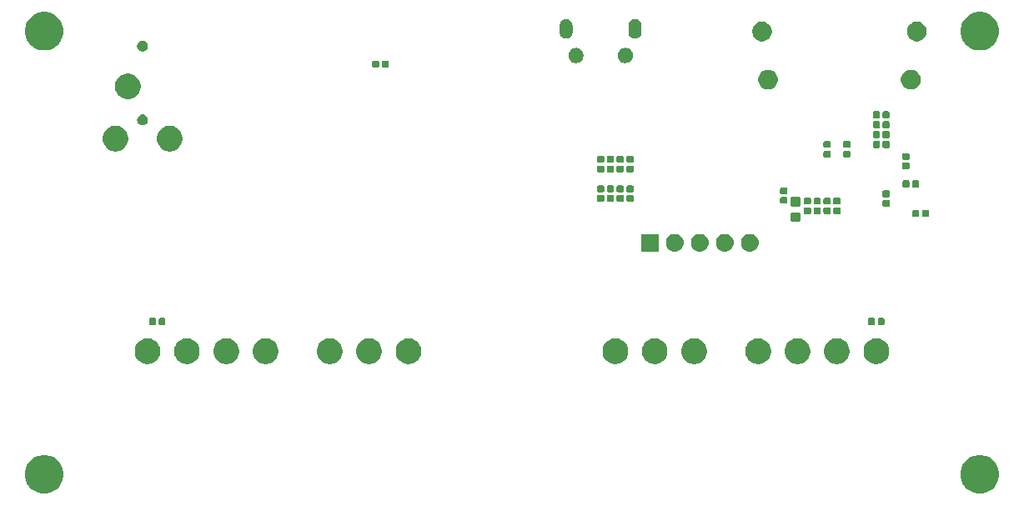
<source format=gbr>
G04 #@! TF.GenerationSoftware,KiCad,Pcbnew,5.0.2-bee76a0~70~ubuntu18.04.1*
G04 #@! TF.CreationDate,2020-11-03T11:03:39+00:00*
G04 #@! TF.ProjectId,picostation,7069636f-7374-4617-9469-6f6e2e6b6963,rev?*
G04 #@! TF.SameCoordinates,Original*
G04 #@! TF.FileFunction,Soldermask,Bot*
G04 #@! TF.FilePolarity,Negative*
%FSLAX46Y46*%
G04 Gerber Fmt 4.6, Leading zero omitted, Abs format (unit mm)*
G04 Created by KiCad (PCBNEW 5.0.2-bee76a0~70~ubuntu18.04.1) date Tue 03 Nov 2020 11:03:39 GMT*
%MOMM*%
%LPD*%
G01*
G04 APERTURE LIST*
%ADD10C,0.100000*%
G04 APERTURE END LIST*
D10*
G36*
X263068795Y-120624937D02*
X263423670Y-120771932D01*
X263743053Y-120985337D01*
X264014663Y-121256947D01*
X264228068Y-121576330D01*
X264375063Y-121931205D01*
X264450000Y-122307942D01*
X264450000Y-122692058D01*
X264375063Y-123068795D01*
X264228068Y-123423670D01*
X264014663Y-123743053D01*
X263743053Y-124014663D01*
X263423670Y-124228068D01*
X263068795Y-124375063D01*
X262692058Y-124450000D01*
X262307942Y-124450000D01*
X261931205Y-124375063D01*
X261576330Y-124228068D01*
X261256947Y-124014663D01*
X260985337Y-123743053D01*
X260771932Y-123423670D01*
X260624937Y-123068795D01*
X260550000Y-122692058D01*
X260550000Y-122307942D01*
X260624937Y-121931205D01*
X260771932Y-121576330D01*
X260985337Y-121256947D01*
X261256947Y-120985337D01*
X261576330Y-120771932D01*
X261931205Y-120624937D01*
X262307942Y-120550000D01*
X262692058Y-120550000D01*
X263068795Y-120624937D01*
X263068795Y-120624937D01*
G37*
G36*
X168068795Y-120624937D02*
X168423670Y-120771932D01*
X168743053Y-120985337D01*
X169014663Y-121256947D01*
X169228068Y-121576330D01*
X169375063Y-121931205D01*
X169450000Y-122307942D01*
X169450000Y-122692058D01*
X169375063Y-123068795D01*
X169228068Y-123423670D01*
X169014663Y-123743053D01*
X168743053Y-124014663D01*
X168423670Y-124228068D01*
X168068795Y-124375063D01*
X167692058Y-124450000D01*
X167307942Y-124450000D01*
X166931205Y-124375063D01*
X166576330Y-124228068D01*
X166256947Y-124014663D01*
X165985337Y-123743053D01*
X165771932Y-123423670D01*
X165624937Y-123068795D01*
X165550000Y-122692058D01*
X165550000Y-122307942D01*
X165624937Y-121931205D01*
X165771932Y-121576330D01*
X165985337Y-121256947D01*
X166256947Y-120985337D01*
X166576330Y-120771932D01*
X166931205Y-120624937D01*
X167307942Y-120550000D01*
X167692058Y-120550000D01*
X168068795Y-120624937D01*
X168068795Y-120624937D01*
G37*
G36*
X233753617Y-108724979D02*
X233879197Y-108749958D01*
X234115779Y-108847954D01*
X234115781Y-108847955D01*
X234328702Y-108990224D01*
X234509776Y-109171298D01*
X234652045Y-109384219D01*
X234750042Y-109620804D01*
X234800000Y-109871961D01*
X234800000Y-110128039D01*
X234750042Y-110379196D01*
X234652045Y-110615781D01*
X234509776Y-110828702D01*
X234328702Y-111009776D01*
X234115781Y-111152045D01*
X234115780Y-111152046D01*
X234115779Y-111152046D01*
X233879197Y-111250042D01*
X233753617Y-111275021D01*
X233628039Y-111300000D01*
X233371961Y-111300000D01*
X233246383Y-111275021D01*
X233120803Y-111250042D01*
X232884221Y-111152046D01*
X232884220Y-111152046D01*
X232884219Y-111152045D01*
X232671298Y-111009776D01*
X232490224Y-110828702D01*
X232347955Y-110615781D01*
X232249958Y-110379196D01*
X232200000Y-110128039D01*
X232200000Y-109871961D01*
X232249958Y-109620804D01*
X232347955Y-109384219D01*
X232490224Y-109171298D01*
X232671298Y-108990224D01*
X232884219Y-108847955D01*
X232884221Y-108847954D01*
X233120803Y-108749958D01*
X233246383Y-108724979D01*
X233371961Y-108700000D01*
X233628039Y-108700000D01*
X233753617Y-108724979D01*
X233753617Y-108724979D01*
G37*
G36*
X178253617Y-108724979D02*
X178379197Y-108749958D01*
X178615779Y-108847954D01*
X178615781Y-108847955D01*
X178828702Y-108990224D01*
X179009776Y-109171298D01*
X179152045Y-109384219D01*
X179250042Y-109620804D01*
X179300000Y-109871961D01*
X179300000Y-110128039D01*
X179250042Y-110379196D01*
X179152045Y-110615781D01*
X179009776Y-110828702D01*
X178828702Y-111009776D01*
X178615781Y-111152045D01*
X178615780Y-111152046D01*
X178615779Y-111152046D01*
X178379197Y-111250042D01*
X178253617Y-111275021D01*
X178128039Y-111300000D01*
X177871961Y-111300000D01*
X177746383Y-111275021D01*
X177620803Y-111250042D01*
X177384221Y-111152046D01*
X177384220Y-111152046D01*
X177384219Y-111152045D01*
X177171298Y-111009776D01*
X176990224Y-110828702D01*
X176847955Y-110615781D01*
X176749958Y-110379196D01*
X176700000Y-110128039D01*
X176700000Y-109871961D01*
X176749958Y-109620804D01*
X176847955Y-109384219D01*
X176990224Y-109171298D01*
X177171298Y-108990224D01*
X177384219Y-108847955D01*
X177384221Y-108847954D01*
X177620803Y-108749958D01*
X177746383Y-108724979D01*
X177871961Y-108700000D01*
X178128039Y-108700000D01*
X178253617Y-108724979D01*
X178253617Y-108724979D01*
G37*
G36*
X182253617Y-108724979D02*
X182379197Y-108749958D01*
X182615779Y-108847954D01*
X182615781Y-108847955D01*
X182828702Y-108990224D01*
X183009776Y-109171298D01*
X183152045Y-109384219D01*
X183250042Y-109620804D01*
X183300000Y-109871961D01*
X183300000Y-110128039D01*
X183250042Y-110379196D01*
X183152045Y-110615781D01*
X183009776Y-110828702D01*
X182828702Y-111009776D01*
X182615781Y-111152045D01*
X182615780Y-111152046D01*
X182615779Y-111152046D01*
X182379197Y-111250042D01*
X182253617Y-111275021D01*
X182128039Y-111300000D01*
X181871961Y-111300000D01*
X181746383Y-111275021D01*
X181620803Y-111250042D01*
X181384221Y-111152046D01*
X181384220Y-111152046D01*
X181384219Y-111152045D01*
X181171298Y-111009776D01*
X180990224Y-110828702D01*
X180847955Y-110615781D01*
X180749958Y-110379196D01*
X180700000Y-110128039D01*
X180700000Y-109871961D01*
X180749958Y-109620804D01*
X180847955Y-109384219D01*
X180990224Y-109171298D01*
X181171298Y-108990224D01*
X181384219Y-108847955D01*
X181384221Y-108847954D01*
X181620803Y-108749958D01*
X181746383Y-108724979D01*
X181871961Y-108700000D01*
X182128039Y-108700000D01*
X182253617Y-108724979D01*
X182253617Y-108724979D01*
G37*
G36*
X186253617Y-108724979D02*
X186379197Y-108749958D01*
X186615779Y-108847954D01*
X186615781Y-108847955D01*
X186828702Y-108990224D01*
X187009776Y-109171298D01*
X187152045Y-109384219D01*
X187250042Y-109620804D01*
X187300000Y-109871961D01*
X187300000Y-110128039D01*
X187250042Y-110379196D01*
X187152045Y-110615781D01*
X187009776Y-110828702D01*
X186828702Y-111009776D01*
X186615781Y-111152045D01*
X186615780Y-111152046D01*
X186615779Y-111152046D01*
X186379197Y-111250042D01*
X186253617Y-111275021D01*
X186128039Y-111300000D01*
X185871961Y-111300000D01*
X185746383Y-111275021D01*
X185620803Y-111250042D01*
X185384221Y-111152046D01*
X185384220Y-111152046D01*
X185384219Y-111152045D01*
X185171298Y-111009776D01*
X184990224Y-110828702D01*
X184847955Y-110615781D01*
X184749958Y-110379196D01*
X184700000Y-110128039D01*
X184700000Y-109871961D01*
X184749958Y-109620804D01*
X184847955Y-109384219D01*
X184990224Y-109171298D01*
X185171298Y-108990224D01*
X185384219Y-108847955D01*
X185384221Y-108847954D01*
X185620803Y-108749958D01*
X185746383Y-108724979D01*
X185871961Y-108700000D01*
X186128039Y-108700000D01*
X186253617Y-108724979D01*
X186253617Y-108724979D01*
G37*
G36*
X190253617Y-108724979D02*
X190379197Y-108749958D01*
X190615779Y-108847954D01*
X190615781Y-108847955D01*
X190828702Y-108990224D01*
X191009776Y-109171298D01*
X191152045Y-109384219D01*
X191250042Y-109620804D01*
X191300000Y-109871961D01*
X191300000Y-110128039D01*
X191250042Y-110379196D01*
X191152045Y-110615781D01*
X191009776Y-110828702D01*
X190828702Y-111009776D01*
X190615781Y-111152045D01*
X190615780Y-111152046D01*
X190615779Y-111152046D01*
X190379197Y-111250042D01*
X190253617Y-111275021D01*
X190128039Y-111300000D01*
X189871961Y-111300000D01*
X189746383Y-111275021D01*
X189620803Y-111250042D01*
X189384221Y-111152046D01*
X189384220Y-111152046D01*
X189384219Y-111152045D01*
X189171298Y-111009776D01*
X188990224Y-110828702D01*
X188847955Y-110615781D01*
X188749958Y-110379196D01*
X188700000Y-110128039D01*
X188700000Y-109871961D01*
X188749958Y-109620804D01*
X188847955Y-109384219D01*
X188990224Y-109171298D01*
X189171298Y-108990224D01*
X189384219Y-108847955D01*
X189384221Y-108847954D01*
X189620803Y-108749958D01*
X189746383Y-108724979D01*
X189871961Y-108700000D01*
X190128039Y-108700000D01*
X190253617Y-108724979D01*
X190253617Y-108724979D01*
G37*
G36*
X200753617Y-108724979D02*
X200879197Y-108749958D01*
X201115779Y-108847954D01*
X201115781Y-108847955D01*
X201328702Y-108990224D01*
X201509776Y-109171298D01*
X201652045Y-109384219D01*
X201750042Y-109620804D01*
X201800000Y-109871961D01*
X201800000Y-110128039D01*
X201750042Y-110379196D01*
X201652045Y-110615781D01*
X201509776Y-110828702D01*
X201328702Y-111009776D01*
X201115781Y-111152045D01*
X201115780Y-111152046D01*
X201115779Y-111152046D01*
X200879197Y-111250042D01*
X200753617Y-111275021D01*
X200628039Y-111300000D01*
X200371961Y-111300000D01*
X200246383Y-111275021D01*
X200120803Y-111250042D01*
X199884221Y-111152046D01*
X199884220Y-111152046D01*
X199884219Y-111152045D01*
X199671298Y-111009776D01*
X199490224Y-110828702D01*
X199347955Y-110615781D01*
X199249958Y-110379196D01*
X199200000Y-110128039D01*
X199200000Y-109871961D01*
X199249958Y-109620804D01*
X199347955Y-109384219D01*
X199490224Y-109171298D01*
X199671298Y-108990224D01*
X199884219Y-108847955D01*
X199884221Y-108847954D01*
X200120803Y-108749958D01*
X200246383Y-108724979D01*
X200371961Y-108700000D01*
X200628039Y-108700000D01*
X200753617Y-108724979D01*
X200753617Y-108724979D01*
G37*
G36*
X204753617Y-108724979D02*
X204879197Y-108749958D01*
X205115779Y-108847954D01*
X205115781Y-108847955D01*
X205328702Y-108990224D01*
X205509776Y-109171298D01*
X205652045Y-109384219D01*
X205750042Y-109620804D01*
X205800000Y-109871961D01*
X205800000Y-110128039D01*
X205750042Y-110379196D01*
X205652045Y-110615781D01*
X205509776Y-110828702D01*
X205328702Y-111009776D01*
X205115781Y-111152045D01*
X205115780Y-111152046D01*
X205115779Y-111152046D01*
X204879197Y-111250042D01*
X204753617Y-111275021D01*
X204628039Y-111300000D01*
X204371961Y-111300000D01*
X204246383Y-111275021D01*
X204120803Y-111250042D01*
X203884221Y-111152046D01*
X203884220Y-111152046D01*
X203884219Y-111152045D01*
X203671298Y-111009776D01*
X203490224Y-110828702D01*
X203347955Y-110615781D01*
X203249958Y-110379196D01*
X203200000Y-110128039D01*
X203200000Y-109871961D01*
X203249958Y-109620804D01*
X203347955Y-109384219D01*
X203490224Y-109171298D01*
X203671298Y-108990224D01*
X203884219Y-108847955D01*
X203884221Y-108847954D01*
X204120803Y-108749958D01*
X204246383Y-108724979D01*
X204371961Y-108700000D01*
X204628039Y-108700000D01*
X204753617Y-108724979D01*
X204753617Y-108724979D01*
G37*
G36*
X252253617Y-108724979D02*
X252379197Y-108749958D01*
X252615779Y-108847954D01*
X252615781Y-108847955D01*
X252828702Y-108990224D01*
X253009776Y-109171298D01*
X253152045Y-109384219D01*
X253250042Y-109620804D01*
X253300000Y-109871961D01*
X253300000Y-110128039D01*
X253250042Y-110379196D01*
X253152045Y-110615781D01*
X253009776Y-110828702D01*
X252828702Y-111009776D01*
X252615781Y-111152045D01*
X252615780Y-111152046D01*
X252615779Y-111152046D01*
X252379197Y-111250042D01*
X252253617Y-111275021D01*
X252128039Y-111300000D01*
X251871961Y-111300000D01*
X251746383Y-111275021D01*
X251620803Y-111250042D01*
X251384221Y-111152046D01*
X251384220Y-111152046D01*
X251384219Y-111152045D01*
X251171298Y-111009776D01*
X250990224Y-110828702D01*
X250847955Y-110615781D01*
X250749958Y-110379196D01*
X250700000Y-110128039D01*
X250700000Y-109871961D01*
X250749958Y-109620804D01*
X250847955Y-109384219D01*
X250990224Y-109171298D01*
X251171298Y-108990224D01*
X251384219Y-108847955D01*
X251384221Y-108847954D01*
X251620803Y-108749958D01*
X251746383Y-108724979D01*
X251871961Y-108700000D01*
X252128039Y-108700000D01*
X252253617Y-108724979D01*
X252253617Y-108724979D01*
G37*
G36*
X248253617Y-108724979D02*
X248379197Y-108749958D01*
X248615779Y-108847954D01*
X248615781Y-108847955D01*
X248828702Y-108990224D01*
X249009776Y-109171298D01*
X249152045Y-109384219D01*
X249250042Y-109620804D01*
X249300000Y-109871961D01*
X249300000Y-110128039D01*
X249250042Y-110379196D01*
X249152045Y-110615781D01*
X249009776Y-110828702D01*
X248828702Y-111009776D01*
X248615781Y-111152045D01*
X248615780Y-111152046D01*
X248615779Y-111152046D01*
X248379197Y-111250042D01*
X248253617Y-111275021D01*
X248128039Y-111300000D01*
X247871961Y-111300000D01*
X247746383Y-111275021D01*
X247620803Y-111250042D01*
X247384221Y-111152046D01*
X247384220Y-111152046D01*
X247384219Y-111152045D01*
X247171298Y-111009776D01*
X246990224Y-110828702D01*
X246847955Y-110615781D01*
X246749958Y-110379196D01*
X246700000Y-110128039D01*
X246700000Y-109871961D01*
X246749958Y-109620804D01*
X246847955Y-109384219D01*
X246990224Y-109171298D01*
X247171298Y-108990224D01*
X247384219Y-108847955D01*
X247384221Y-108847954D01*
X247620803Y-108749958D01*
X247746383Y-108724979D01*
X247871961Y-108700000D01*
X248128039Y-108700000D01*
X248253617Y-108724979D01*
X248253617Y-108724979D01*
G37*
G36*
X244253617Y-108724979D02*
X244379197Y-108749958D01*
X244615779Y-108847954D01*
X244615781Y-108847955D01*
X244828702Y-108990224D01*
X245009776Y-109171298D01*
X245152045Y-109384219D01*
X245250042Y-109620804D01*
X245300000Y-109871961D01*
X245300000Y-110128039D01*
X245250042Y-110379196D01*
X245152045Y-110615781D01*
X245009776Y-110828702D01*
X244828702Y-111009776D01*
X244615781Y-111152045D01*
X244615780Y-111152046D01*
X244615779Y-111152046D01*
X244379197Y-111250042D01*
X244253617Y-111275021D01*
X244128039Y-111300000D01*
X243871961Y-111300000D01*
X243746383Y-111275021D01*
X243620803Y-111250042D01*
X243384221Y-111152046D01*
X243384220Y-111152046D01*
X243384219Y-111152045D01*
X243171298Y-111009776D01*
X242990224Y-110828702D01*
X242847955Y-110615781D01*
X242749958Y-110379196D01*
X242700000Y-110128039D01*
X242700000Y-109871961D01*
X242749958Y-109620804D01*
X242847955Y-109384219D01*
X242990224Y-109171298D01*
X243171298Y-108990224D01*
X243384219Y-108847955D01*
X243384221Y-108847954D01*
X243620803Y-108749958D01*
X243746383Y-108724979D01*
X243871961Y-108700000D01*
X244128039Y-108700000D01*
X244253617Y-108724979D01*
X244253617Y-108724979D01*
G37*
G36*
X240253617Y-108724979D02*
X240379197Y-108749958D01*
X240615779Y-108847954D01*
X240615781Y-108847955D01*
X240828702Y-108990224D01*
X241009776Y-109171298D01*
X241152045Y-109384219D01*
X241250042Y-109620804D01*
X241300000Y-109871961D01*
X241300000Y-110128039D01*
X241250042Y-110379196D01*
X241152045Y-110615781D01*
X241009776Y-110828702D01*
X240828702Y-111009776D01*
X240615781Y-111152045D01*
X240615780Y-111152046D01*
X240615779Y-111152046D01*
X240379197Y-111250042D01*
X240253617Y-111275021D01*
X240128039Y-111300000D01*
X239871961Y-111300000D01*
X239746383Y-111275021D01*
X239620803Y-111250042D01*
X239384221Y-111152046D01*
X239384220Y-111152046D01*
X239384219Y-111152045D01*
X239171298Y-111009776D01*
X238990224Y-110828702D01*
X238847955Y-110615781D01*
X238749958Y-110379196D01*
X238700000Y-110128039D01*
X238700000Y-109871961D01*
X238749958Y-109620804D01*
X238847955Y-109384219D01*
X238990224Y-109171298D01*
X239171298Y-108990224D01*
X239384219Y-108847955D01*
X239384221Y-108847954D01*
X239620803Y-108749958D01*
X239746383Y-108724979D01*
X239871961Y-108700000D01*
X240128039Y-108700000D01*
X240253617Y-108724979D01*
X240253617Y-108724979D01*
G37*
G36*
X229753617Y-108724979D02*
X229879197Y-108749958D01*
X230115779Y-108847954D01*
X230115781Y-108847955D01*
X230328702Y-108990224D01*
X230509776Y-109171298D01*
X230652045Y-109384219D01*
X230750042Y-109620804D01*
X230800000Y-109871961D01*
X230800000Y-110128039D01*
X230750042Y-110379196D01*
X230652045Y-110615781D01*
X230509776Y-110828702D01*
X230328702Y-111009776D01*
X230115781Y-111152045D01*
X230115780Y-111152046D01*
X230115779Y-111152046D01*
X229879197Y-111250042D01*
X229753617Y-111275021D01*
X229628039Y-111300000D01*
X229371961Y-111300000D01*
X229246383Y-111275021D01*
X229120803Y-111250042D01*
X228884221Y-111152046D01*
X228884220Y-111152046D01*
X228884219Y-111152045D01*
X228671298Y-111009776D01*
X228490224Y-110828702D01*
X228347955Y-110615781D01*
X228249958Y-110379196D01*
X228200000Y-110128039D01*
X228200000Y-109871961D01*
X228249958Y-109620804D01*
X228347955Y-109384219D01*
X228490224Y-109171298D01*
X228671298Y-108990224D01*
X228884219Y-108847955D01*
X228884221Y-108847954D01*
X229120803Y-108749958D01*
X229246383Y-108724979D01*
X229371961Y-108700000D01*
X229628039Y-108700000D01*
X229753617Y-108724979D01*
X229753617Y-108724979D01*
G37*
G36*
X225753617Y-108724979D02*
X225879197Y-108749958D01*
X226115779Y-108847954D01*
X226115781Y-108847955D01*
X226328702Y-108990224D01*
X226509776Y-109171298D01*
X226652045Y-109384219D01*
X226750042Y-109620804D01*
X226800000Y-109871961D01*
X226800000Y-110128039D01*
X226750042Y-110379196D01*
X226652045Y-110615781D01*
X226509776Y-110828702D01*
X226328702Y-111009776D01*
X226115781Y-111152045D01*
X226115780Y-111152046D01*
X226115779Y-111152046D01*
X225879197Y-111250042D01*
X225753617Y-111275021D01*
X225628039Y-111300000D01*
X225371961Y-111300000D01*
X225246383Y-111275021D01*
X225120803Y-111250042D01*
X224884221Y-111152046D01*
X224884220Y-111152046D01*
X224884219Y-111152045D01*
X224671298Y-111009776D01*
X224490224Y-110828702D01*
X224347955Y-110615781D01*
X224249958Y-110379196D01*
X224200000Y-110128039D01*
X224200000Y-109871961D01*
X224249958Y-109620804D01*
X224347955Y-109384219D01*
X224490224Y-109171298D01*
X224671298Y-108990224D01*
X224884219Y-108847955D01*
X224884221Y-108847954D01*
X225120803Y-108749958D01*
X225246383Y-108724979D01*
X225371961Y-108700000D01*
X225628039Y-108700000D01*
X225753617Y-108724979D01*
X225753617Y-108724979D01*
G37*
G36*
X196753617Y-108724979D02*
X196879197Y-108749958D01*
X197115779Y-108847954D01*
X197115781Y-108847955D01*
X197328702Y-108990224D01*
X197509776Y-109171298D01*
X197652045Y-109384219D01*
X197750042Y-109620804D01*
X197800000Y-109871961D01*
X197800000Y-110128039D01*
X197750042Y-110379196D01*
X197652045Y-110615781D01*
X197509776Y-110828702D01*
X197328702Y-111009776D01*
X197115781Y-111152045D01*
X197115780Y-111152046D01*
X197115779Y-111152046D01*
X196879197Y-111250042D01*
X196753617Y-111275021D01*
X196628039Y-111300000D01*
X196371961Y-111300000D01*
X196246383Y-111275021D01*
X196120803Y-111250042D01*
X195884221Y-111152046D01*
X195884220Y-111152046D01*
X195884219Y-111152045D01*
X195671298Y-111009776D01*
X195490224Y-110828702D01*
X195347955Y-110615781D01*
X195249958Y-110379196D01*
X195200000Y-110128039D01*
X195200000Y-109871961D01*
X195249958Y-109620804D01*
X195347955Y-109384219D01*
X195490224Y-109171298D01*
X195671298Y-108990224D01*
X195884219Y-108847955D01*
X195884221Y-108847954D01*
X196120803Y-108749958D01*
X196246383Y-108724979D01*
X196371961Y-108700000D01*
X196628039Y-108700000D01*
X196753617Y-108724979D01*
X196753617Y-108724979D01*
G37*
G36*
X251741031Y-106633074D02*
X251768699Y-106641468D01*
X251794200Y-106655098D01*
X251816555Y-106673445D01*
X251834902Y-106695800D01*
X251848532Y-106721301D01*
X251856926Y-106748969D01*
X251860000Y-106780185D01*
X251860000Y-107219815D01*
X251856926Y-107251031D01*
X251848532Y-107278699D01*
X251834902Y-107304200D01*
X251816555Y-107326555D01*
X251794200Y-107344902D01*
X251768699Y-107358532D01*
X251741031Y-107366926D01*
X251709815Y-107370000D01*
X251320185Y-107370000D01*
X251288969Y-107366926D01*
X251261301Y-107358532D01*
X251235800Y-107344902D01*
X251213445Y-107326555D01*
X251195098Y-107304200D01*
X251181468Y-107278699D01*
X251173074Y-107251031D01*
X251170000Y-107219815D01*
X251170000Y-106780185D01*
X251173074Y-106748969D01*
X251181468Y-106721301D01*
X251195098Y-106695800D01*
X251213445Y-106673445D01*
X251235800Y-106655098D01*
X251261301Y-106641468D01*
X251288969Y-106633074D01*
X251320185Y-106630000D01*
X251709815Y-106630000D01*
X251741031Y-106633074D01*
X251741031Y-106633074D01*
G37*
G36*
X252711031Y-106633074D02*
X252738699Y-106641468D01*
X252764200Y-106655098D01*
X252786555Y-106673445D01*
X252804902Y-106695800D01*
X252818532Y-106721301D01*
X252826926Y-106748969D01*
X252830000Y-106780185D01*
X252830000Y-107219815D01*
X252826926Y-107251031D01*
X252818532Y-107278699D01*
X252804902Y-107304200D01*
X252786555Y-107326555D01*
X252764200Y-107344902D01*
X252738699Y-107358532D01*
X252711031Y-107366926D01*
X252679815Y-107370000D01*
X252290185Y-107370000D01*
X252258969Y-107366926D01*
X252231301Y-107358532D01*
X252205800Y-107344902D01*
X252183445Y-107326555D01*
X252165098Y-107304200D01*
X252151468Y-107278699D01*
X252143074Y-107251031D01*
X252140000Y-107219815D01*
X252140000Y-106780185D01*
X252143074Y-106748969D01*
X252151468Y-106721301D01*
X252165098Y-106695800D01*
X252183445Y-106673445D01*
X252205800Y-106655098D01*
X252231301Y-106641468D01*
X252258969Y-106633074D01*
X252290185Y-106630000D01*
X252679815Y-106630000D01*
X252711031Y-106633074D01*
X252711031Y-106633074D01*
G37*
G36*
X179711031Y-106633074D02*
X179738699Y-106641468D01*
X179764200Y-106655098D01*
X179786555Y-106673445D01*
X179804902Y-106695800D01*
X179818532Y-106721301D01*
X179826926Y-106748969D01*
X179830000Y-106780185D01*
X179830000Y-107219815D01*
X179826926Y-107251031D01*
X179818532Y-107278699D01*
X179804902Y-107304200D01*
X179786555Y-107326555D01*
X179764200Y-107344902D01*
X179738699Y-107358532D01*
X179711031Y-107366926D01*
X179679815Y-107370000D01*
X179290185Y-107370000D01*
X179258969Y-107366926D01*
X179231301Y-107358532D01*
X179205800Y-107344902D01*
X179183445Y-107326555D01*
X179165098Y-107304200D01*
X179151468Y-107278699D01*
X179143074Y-107251031D01*
X179140000Y-107219815D01*
X179140000Y-106780185D01*
X179143074Y-106748969D01*
X179151468Y-106721301D01*
X179165098Y-106695800D01*
X179183445Y-106673445D01*
X179205800Y-106655098D01*
X179231301Y-106641468D01*
X179258969Y-106633074D01*
X179290185Y-106630000D01*
X179679815Y-106630000D01*
X179711031Y-106633074D01*
X179711031Y-106633074D01*
G37*
G36*
X178741031Y-106633074D02*
X178768699Y-106641468D01*
X178794200Y-106655098D01*
X178816555Y-106673445D01*
X178834902Y-106695800D01*
X178848532Y-106721301D01*
X178856926Y-106748969D01*
X178860000Y-106780185D01*
X178860000Y-107219815D01*
X178856926Y-107251031D01*
X178848532Y-107278699D01*
X178834902Y-107304200D01*
X178816555Y-107326555D01*
X178794200Y-107344902D01*
X178768699Y-107358532D01*
X178741031Y-107366926D01*
X178709815Y-107370000D01*
X178320185Y-107370000D01*
X178288969Y-107366926D01*
X178261301Y-107358532D01*
X178235800Y-107344902D01*
X178213445Y-107326555D01*
X178195098Y-107304200D01*
X178181468Y-107278699D01*
X178173074Y-107251031D01*
X178170000Y-107219815D01*
X178170000Y-106780185D01*
X178173074Y-106748969D01*
X178181468Y-106721301D01*
X178195098Y-106695800D01*
X178213445Y-106673445D01*
X178235800Y-106655098D01*
X178261301Y-106641468D01*
X178288969Y-106633074D01*
X178320185Y-106630000D01*
X178709815Y-106630000D01*
X178741031Y-106633074D01*
X178741031Y-106633074D01*
G37*
G36*
X234256431Y-98113023D02*
X234426084Y-98164487D01*
X234566385Y-98239480D01*
X234582432Y-98248057D01*
X234719475Y-98360525D01*
X234831943Y-98497568D01*
X234831944Y-98497570D01*
X234915513Y-98653916D01*
X234966977Y-98823569D01*
X234984354Y-99000000D01*
X234966977Y-99176431D01*
X234915513Y-99346084D01*
X234840520Y-99486385D01*
X234831943Y-99502432D01*
X234719475Y-99639475D01*
X234582432Y-99751943D01*
X234582430Y-99751944D01*
X234426084Y-99835513D01*
X234426081Y-99835514D01*
X234256431Y-99886977D01*
X234124207Y-99900000D01*
X234035793Y-99900000D01*
X233903569Y-99886977D01*
X233733919Y-99835514D01*
X233733916Y-99835513D01*
X233577570Y-99751944D01*
X233577568Y-99751943D01*
X233440525Y-99639475D01*
X233328057Y-99502432D01*
X233319480Y-99486385D01*
X233244487Y-99346084D01*
X233193023Y-99176431D01*
X233175646Y-99000000D01*
X233193023Y-98823569D01*
X233244487Y-98653916D01*
X233328056Y-98497570D01*
X233328057Y-98497568D01*
X233440525Y-98360525D01*
X233577568Y-98248057D01*
X233593615Y-98239480D01*
X233733916Y-98164487D01*
X233903569Y-98113023D01*
X234035793Y-98100000D01*
X234124207Y-98100000D01*
X234256431Y-98113023D01*
X234256431Y-98113023D01*
G37*
G36*
X239336431Y-98113023D02*
X239506084Y-98164487D01*
X239646385Y-98239480D01*
X239662432Y-98248057D01*
X239799475Y-98360525D01*
X239911943Y-98497568D01*
X239911944Y-98497570D01*
X239995513Y-98653916D01*
X240046977Y-98823569D01*
X240064354Y-99000000D01*
X240046977Y-99176431D01*
X239995513Y-99346084D01*
X239920520Y-99486385D01*
X239911943Y-99502432D01*
X239799475Y-99639475D01*
X239662432Y-99751943D01*
X239662430Y-99751944D01*
X239506084Y-99835513D01*
X239506081Y-99835514D01*
X239336431Y-99886977D01*
X239204207Y-99900000D01*
X239115793Y-99900000D01*
X238983569Y-99886977D01*
X238813919Y-99835514D01*
X238813916Y-99835513D01*
X238657570Y-99751944D01*
X238657568Y-99751943D01*
X238520525Y-99639475D01*
X238408057Y-99502432D01*
X238399480Y-99486385D01*
X238324487Y-99346084D01*
X238273023Y-99176431D01*
X238255646Y-99000000D01*
X238273023Y-98823569D01*
X238324487Y-98653916D01*
X238408056Y-98497570D01*
X238408057Y-98497568D01*
X238520525Y-98360525D01*
X238657568Y-98248057D01*
X238673615Y-98239480D01*
X238813916Y-98164487D01*
X238983569Y-98113023D01*
X239115793Y-98100000D01*
X239204207Y-98100000D01*
X239336431Y-98113023D01*
X239336431Y-98113023D01*
G37*
G36*
X231716431Y-98113023D02*
X231886084Y-98164487D01*
X232026385Y-98239480D01*
X232042432Y-98248057D01*
X232179475Y-98360525D01*
X232291943Y-98497568D01*
X232291944Y-98497570D01*
X232375513Y-98653916D01*
X232426977Y-98823569D01*
X232444354Y-99000000D01*
X232426977Y-99176431D01*
X232375513Y-99346084D01*
X232300520Y-99486385D01*
X232291943Y-99502432D01*
X232179475Y-99639475D01*
X232042432Y-99751943D01*
X232042430Y-99751944D01*
X231886084Y-99835513D01*
X231886081Y-99835514D01*
X231716431Y-99886977D01*
X231584207Y-99900000D01*
X231495793Y-99900000D01*
X231363569Y-99886977D01*
X231193919Y-99835514D01*
X231193916Y-99835513D01*
X231037570Y-99751944D01*
X231037568Y-99751943D01*
X230900525Y-99639475D01*
X230788057Y-99502432D01*
X230779480Y-99486385D01*
X230704487Y-99346084D01*
X230653023Y-99176431D01*
X230635646Y-99000000D01*
X230653023Y-98823569D01*
X230704487Y-98653916D01*
X230788056Y-98497570D01*
X230788057Y-98497568D01*
X230900525Y-98360525D01*
X231037568Y-98248057D01*
X231053615Y-98239480D01*
X231193916Y-98164487D01*
X231363569Y-98113023D01*
X231495793Y-98100000D01*
X231584207Y-98100000D01*
X231716431Y-98113023D01*
X231716431Y-98113023D01*
G37*
G36*
X229900000Y-99900000D02*
X228100000Y-99900000D01*
X228100000Y-98100000D01*
X229900000Y-98100000D01*
X229900000Y-99900000D01*
X229900000Y-99900000D01*
G37*
G36*
X236796431Y-98113023D02*
X236966084Y-98164487D01*
X237106385Y-98239480D01*
X237122432Y-98248057D01*
X237259475Y-98360525D01*
X237371943Y-98497568D01*
X237371944Y-98497570D01*
X237455513Y-98653916D01*
X237506977Y-98823569D01*
X237524354Y-99000000D01*
X237506977Y-99176431D01*
X237455513Y-99346084D01*
X237380520Y-99486385D01*
X237371943Y-99502432D01*
X237259475Y-99639475D01*
X237122432Y-99751943D01*
X237122430Y-99751944D01*
X236966084Y-99835513D01*
X236796431Y-99886977D01*
X236664207Y-99900000D01*
X236575793Y-99900000D01*
X236443569Y-99886977D01*
X236273916Y-99835513D01*
X236117570Y-99751944D01*
X236117568Y-99751943D01*
X235980525Y-99639475D01*
X235868057Y-99502432D01*
X235859480Y-99486385D01*
X235784487Y-99346084D01*
X235733023Y-99176431D01*
X235715646Y-99000000D01*
X235733023Y-98823569D01*
X235784487Y-98653916D01*
X235868056Y-98497570D01*
X235868057Y-98497568D01*
X235980525Y-98360525D01*
X236117568Y-98248057D01*
X236133615Y-98239480D01*
X236273916Y-98164487D01*
X236443569Y-98113023D01*
X236575793Y-98100000D01*
X236664207Y-98100000D01*
X236796431Y-98113023D01*
X236796431Y-98113023D01*
G37*
G36*
X244148678Y-95904443D02*
X244189719Y-95916893D01*
X244227535Y-95937105D01*
X244260687Y-95964313D01*
X244287895Y-95997465D01*
X244308107Y-96035281D01*
X244320557Y-96076322D01*
X244325000Y-96121435D01*
X244325000Y-96653565D01*
X244320557Y-96698678D01*
X244308107Y-96739719D01*
X244287895Y-96777535D01*
X244260687Y-96810687D01*
X244227535Y-96837895D01*
X244189719Y-96858107D01*
X244148678Y-96870557D01*
X244103565Y-96875000D01*
X243496435Y-96875000D01*
X243451322Y-96870557D01*
X243410281Y-96858107D01*
X243372465Y-96837895D01*
X243339313Y-96810687D01*
X243312105Y-96777535D01*
X243291893Y-96739719D01*
X243279443Y-96698678D01*
X243275000Y-96653565D01*
X243275000Y-96121435D01*
X243279443Y-96076322D01*
X243291893Y-96035281D01*
X243312105Y-95997465D01*
X243339313Y-95964313D01*
X243372465Y-95937105D01*
X243410281Y-95916893D01*
X243451322Y-95904443D01*
X243496435Y-95900000D01*
X244103565Y-95900000D01*
X244148678Y-95904443D01*
X244148678Y-95904443D01*
G37*
G36*
X257211031Y-95633074D02*
X257238699Y-95641468D01*
X257264200Y-95655098D01*
X257286555Y-95673445D01*
X257304902Y-95695800D01*
X257318532Y-95721301D01*
X257326926Y-95748969D01*
X257330000Y-95780185D01*
X257330000Y-96219815D01*
X257326926Y-96251031D01*
X257318532Y-96278699D01*
X257304902Y-96304200D01*
X257286555Y-96326555D01*
X257264200Y-96344902D01*
X257238699Y-96358532D01*
X257211031Y-96366926D01*
X257179815Y-96370000D01*
X256790185Y-96370000D01*
X256758969Y-96366926D01*
X256731301Y-96358532D01*
X256705800Y-96344902D01*
X256683445Y-96326555D01*
X256665098Y-96304200D01*
X256651468Y-96278699D01*
X256643074Y-96251031D01*
X256640000Y-96219815D01*
X256640000Y-95780185D01*
X256643074Y-95748969D01*
X256651468Y-95721301D01*
X256665098Y-95695800D01*
X256683445Y-95673445D01*
X256705800Y-95655098D01*
X256731301Y-95641468D01*
X256758969Y-95633074D01*
X256790185Y-95630000D01*
X257179815Y-95630000D01*
X257211031Y-95633074D01*
X257211031Y-95633074D01*
G37*
G36*
X256241031Y-95633074D02*
X256268699Y-95641468D01*
X256294200Y-95655098D01*
X256316555Y-95673445D01*
X256334902Y-95695800D01*
X256348532Y-95721301D01*
X256356926Y-95748969D01*
X256360000Y-95780185D01*
X256360000Y-96219815D01*
X256356926Y-96251031D01*
X256348532Y-96278699D01*
X256334902Y-96304200D01*
X256316555Y-96326555D01*
X256294200Y-96344902D01*
X256268699Y-96358532D01*
X256241031Y-96366926D01*
X256209815Y-96370000D01*
X255820185Y-96370000D01*
X255788969Y-96366926D01*
X255761301Y-96358532D01*
X255735800Y-96344902D01*
X255713445Y-96326555D01*
X255695098Y-96304200D01*
X255681468Y-96278699D01*
X255673074Y-96251031D01*
X255670000Y-96219815D01*
X255670000Y-95780185D01*
X255673074Y-95748969D01*
X255681468Y-95721301D01*
X255695098Y-95695800D01*
X255713445Y-95673445D01*
X255735800Y-95655098D01*
X255761301Y-95641468D01*
X255788969Y-95633074D01*
X255820185Y-95630000D01*
X256209815Y-95630000D01*
X256241031Y-95633074D01*
X256241031Y-95633074D01*
G37*
G36*
X248251031Y-95393074D02*
X248278699Y-95401468D01*
X248304200Y-95415098D01*
X248326555Y-95433445D01*
X248344902Y-95455800D01*
X248358532Y-95481301D01*
X248366926Y-95508969D01*
X248370000Y-95540185D01*
X248370000Y-95929815D01*
X248366926Y-95961031D01*
X248358532Y-95988699D01*
X248344902Y-96014200D01*
X248326555Y-96036555D01*
X248304200Y-96054902D01*
X248278699Y-96068532D01*
X248251031Y-96076926D01*
X248219815Y-96080000D01*
X247780185Y-96080000D01*
X247748969Y-96076926D01*
X247721301Y-96068532D01*
X247695800Y-96054902D01*
X247673445Y-96036555D01*
X247655098Y-96014200D01*
X247641468Y-95988699D01*
X247633074Y-95961031D01*
X247630000Y-95929815D01*
X247630000Y-95540185D01*
X247633074Y-95508969D01*
X247641468Y-95481301D01*
X247655098Y-95455800D01*
X247673445Y-95433445D01*
X247695800Y-95415098D01*
X247721301Y-95401468D01*
X247748969Y-95393074D01*
X247780185Y-95390000D01*
X248219815Y-95390000D01*
X248251031Y-95393074D01*
X248251031Y-95393074D01*
G37*
G36*
X247251031Y-95393074D02*
X247278699Y-95401468D01*
X247304200Y-95415098D01*
X247326555Y-95433445D01*
X247344902Y-95455800D01*
X247358532Y-95481301D01*
X247366926Y-95508969D01*
X247370000Y-95540185D01*
X247370000Y-95929815D01*
X247366926Y-95961031D01*
X247358532Y-95988699D01*
X247344902Y-96014200D01*
X247326555Y-96036555D01*
X247304200Y-96054902D01*
X247278699Y-96068532D01*
X247251031Y-96076926D01*
X247219815Y-96080000D01*
X246780185Y-96080000D01*
X246748969Y-96076926D01*
X246721301Y-96068532D01*
X246695800Y-96054902D01*
X246673445Y-96036555D01*
X246655098Y-96014200D01*
X246641468Y-95988699D01*
X246633074Y-95961031D01*
X246630000Y-95929815D01*
X246630000Y-95540185D01*
X246633074Y-95508969D01*
X246641468Y-95481301D01*
X246655098Y-95455800D01*
X246673445Y-95433445D01*
X246695800Y-95415098D01*
X246721301Y-95401468D01*
X246748969Y-95393074D01*
X246780185Y-95390000D01*
X247219815Y-95390000D01*
X247251031Y-95393074D01*
X247251031Y-95393074D01*
G37*
G36*
X246251031Y-95393074D02*
X246278699Y-95401468D01*
X246304200Y-95415098D01*
X246326555Y-95433445D01*
X246344902Y-95455800D01*
X246358532Y-95481301D01*
X246366926Y-95508969D01*
X246370000Y-95540185D01*
X246370000Y-95929815D01*
X246366926Y-95961031D01*
X246358532Y-95988699D01*
X246344902Y-96014200D01*
X246326555Y-96036555D01*
X246304200Y-96054902D01*
X246278699Y-96068532D01*
X246251031Y-96076926D01*
X246219815Y-96080000D01*
X245780185Y-96080000D01*
X245748969Y-96076926D01*
X245721301Y-96068532D01*
X245695800Y-96054902D01*
X245673445Y-96036555D01*
X245655098Y-96014200D01*
X245641468Y-95988699D01*
X245633074Y-95961031D01*
X245630000Y-95929815D01*
X245630000Y-95540185D01*
X245633074Y-95508969D01*
X245641468Y-95481301D01*
X245655098Y-95455800D01*
X245673445Y-95433445D01*
X245695800Y-95415098D01*
X245721301Y-95401468D01*
X245748969Y-95393074D01*
X245780185Y-95390000D01*
X246219815Y-95390000D01*
X246251031Y-95393074D01*
X246251031Y-95393074D01*
G37*
G36*
X245251031Y-95393074D02*
X245278699Y-95401468D01*
X245304200Y-95415098D01*
X245326555Y-95433445D01*
X245344902Y-95455800D01*
X245358532Y-95481301D01*
X245366926Y-95508969D01*
X245370000Y-95540185D01*
X245370000Y-95929815D01*
X245366926Y-95961031D01*
X245358532Y-95988699D01*
X245344902Y-96014200D01*
X245326555Y-96036555D01*
X245304200Y-96054902D01*
X245278699Y-96068532D01*
X245251031Y-96076926D01*
X245219815Y-96080000D01*
X244780185Y-96080000D01*
X244748969Y-96076926D01*
X244721301Y-96068532D01*
X244695800Y-96054902D01*
X244673445Y-96036555D01*
X244655098Y-96014200D01*
X244641468Y-95988699D01*
X244633074Y-95961031D01*
X244630000Y-95929815D01*
X244630000Y-95540185D01*
X244633074Y-95508969D01*
X244641468Y-95481301D01*
X244655098Y-95455800D01*
X244673445Y-95433445D01*
X244695800Y-95415098D01*
X244721301Y-95401468D01*
X244748969Y-95393074D01*
X244780185Y-95390000D01*
X245219815Y-95390000D01*
X245251031Y-95393074D01*
X245251031Y-95393074D01*
G37*
G36*
X253251031Y-94643074D02*
X253278699Y-94651468D01*
X253304200Y-94665098D01*
X253326555Y-94683445D01*
X253344902Y-94705800D01*
X253358532Y-94731301D01*
X253366926Y-94758969D01*
X253370000Y-94790185D01*
X253370000Y-95179815D01*
X253366926Y-95211031D01*
X253358532Y-95238699D01*
X253344902Y-95264200D01*
X253326555Y-95286555D01*
X253304200Y-95304902D01*
X253278699Y-95318532D01*
X253251031Y-95326926D01*
X253219815Y-95330000D01*
X252780185Y-95330000D01*
X252748969Y-95326926D01*
X252721301Y-95318532D01*
X252695800Y-95304902D01*
X252673445Y-95286555D01*
X252655098Y-95264200D01*
X252641468Y-95238699D01*
X252633074Y-95211031D01*
X252630000Y-95179815D01*
X252630000Y-94790185D01*
X252633074Y-94758969D01*
X252641468Y-94731301D01*
X252655098Y-94705800D01*
X252673445Y-94683445D01*
X252695800Y-94665098D01*
X252721301Y-94651468D01*
X252748969Y-94643074D01*
X252780185Y-94640000D01*
X253219815Y-94640000D01*
X253251031Y-94643074D01*
X253251031Y-94643074D01*
G37*
G36*
X244148678Y-94329443D02*
X244189719Y-94341893D01*
X244227535Y-94362105D01*
X244260687Y-94389313D01*
X244287895Y-94422465D01*
X244308107Y-94460281D01*
X244320557Y-94501322D01*
X244325000Y-94546435D01*
X244325000Y-95078565D01*
X244320557Y-95123678D01*
X244308107Y-95164719D01*
X244287895Y-95202535D01*
X244260687Y-95235687D01*
X244227535Y-95262895D01*
X244189719Y-95283107D01*
X244148678Y-95295557D01*
X244103565Y-95300000D01*
X243496435Y-95300000D01*
X243451322Y-95295557D01*
X243410281Y-95283107D01*
X243372465Y-95262895D01*
X243339313Y-95235687D01*
X243312105Y-95202535D01*
X243291893Y-95164719D01*
X243279443Y-95123678D01*
X243275000Y-95078565D01*
X243275000Y-94546435D01*
X243279443Y-94501322D01*
X243291893Y-94460281D01*
X243312105Y-94422465D01*
X243339313Y-94389313D01*
X243372465Y-94362105D01*
X243410281Y-94341893D01*
X243451322Y-94329443D01*
X243496435Y-94325000D01*
X244103565Y-94325000D01*
X244148678Y-94329443D01*
X244148678Y-94329443D01*
G37*
G36*
X245251031Y-94423074D02*
X245278699Y-94431468D01*
X245304200Y-94445098D01*
X245326555Y-94463445D01*
X245344902Y-94485800D01*
X245358532Y-94511301D01*
X245366926Y-94538969D01*
X245370000Y-94570185D01*
X245370000Y-94959815D01*
X245366926Y-94991031D01*
X245358532Y-95018699D01*
X245344902Y-95044200D01*
X245326555Y-95066555D01*
X245304200Y-95084902D01*
X245278699Y-95098532D01*
X245251031Y-95106926D01*
X245219815Y-95110000D01*
X244780185Y-95110000D01*
X244748969Y-95106926D01*
X244721301Y-95098532D01*
X244695800Y-95084902D01*
X244673445Y-95066555D01*
X244655098Y-95044200D01*
X244641468Y-95018699D01*
X244633074Y-94991031D01*
X244630000Y-94959815D01*
X244630000Y-94570185D01*
X244633074Y-94538969D01*
X244641468Y-94511301D01*
X244655098Y-94485800D01*
X244673445Y-94463445D01*
X244695800Y-94445098D01*
X244721301Y-94431468D01*
X244748969Y-94423074D01*
X244780185Y-94420000D01*
X245219815Y-94420000D01*
X245251031Y-94423074D01*
X245251031Y-94423074D01*
G37*
G36*
X246251031Y-94423074D02*
X246278699Y-94431468D01*
X246304200Y-94445098D01*
X246326555Y-94463445D01*
X246344902Y-94485800D01*
X246358532Y-94511301D01*
X246366926Y-94538969D01*
X246370000Y-94570185D01*
X246370000Y-94959815D01*
X246366926Y-94991031D01*
X246358532Y-95018699D01*
X246344902Y-95044200D01*
X246326555Y-95066555D01*
X246304200Y-95084902D01*
X246278699Y-95098532D01*
X246251031Y-95106926D01*
X246219815Y-95110000D01*
X245780185Y-95110000D01*
X245748969Y-95106926D01*
X245721301Y-95098532D01*
X245695800Y-95084902D01*
X245673445Y-95066555D01*
X245655098Y-95044200D01*
X245641468Y-95018699D01*
X245633074Y-94991031D01*
X245630000Y-94959815D01*
X245630000Y-94570185D01*
X245633074Y-94538969D01*
X245641468Y-94511301D01*
X245655098Y-94485800D01*
X245673445Y-94463445D01*
X245695800Y-94445098D01*
X245721301Y-94431468D01*
X245748969Y-94423074D01*
X245780185Y-94420000D01*
X246219815Y-94420000D01*
X246251031Y-94423074D01*
X246251031Y-94423074D01*
G37*
G36*
X248251031Y-94423074D02*
X248278699Y-94431468D01*
X248304200Y-94445098D01*
X248326555Y-94463445D01*
X248344902Y-94485800D01*
X248358532Y-94511301D01*
X248366926Y-94538969D01*
X248370000Y-94570185D01*
X248370000Y-94959815D01*
X248366926Y-94991031D01*
X248358532Y-95018699D01*
X248344902Y-95044200D01*
X248326555Y-95066555D01*
X248304200Y-95084902D01*
X248278699Y-95098532D01*
X248251031Y-95106926D01*
X248219815Y-95110000D01*
X247780185Y-95110000D01*
X247748969Y-95106926D01*
X247721301Y-95098532D01*
X247695800Y-95084902D01*
X247673445Y-95066555D01*
X247655098Y-95044200D01*
X247641468Y-95018699D01*
X247633074Y-94991031D01*
X247630000Y-94959815D01*
X247630000Y-94570185D01*
X247633074Y-94538969D01*
X247641468Y-94511301D01*
X247655098Y-94485800D01*
X247673445Y-94463445D01*
X247695800Y-94445098D01*
X247721301Y-94431468D01*
X247748969Y-94423074D01*
X247780185Y-94420000D01*
X248219815Y-94420000D01*
X248251031Y-94423074D01*
X248251031Y-94423074D01*
G37*
G36*
X247251031Y-94423074D02*
X247278699Y-94431468D01*
X247304200Y-94445098D01*
X247326555Y-94463445D01*
X247344902Y-94485800D01*
X247358532Y-94511301D01*
X247366926Y-94538969D01*
X247370000Y-94570185D01*
X247370000Y-94959815D01*
X247366926Y-94991031D01*
X247358532Y-95018699D01*
X247344902Y-95044200D01*
X247326555Y-95066555D01*
X247304200Y-95084902D01*
X247278699Y-95098532D01*
X247251031Y-95106926D01*
X247219815Y-95110000D01*
X246780185Y-95110000D01*
X246748969Y-95106926D01*
X246721301Y-95098532D01*
X246695800Y-95084902D01*
X246673445Y-95066555D01*
X246655098Y-95044200D01*
X246641468Y-95018699D01*
X246633074Y-94991031D01*
X246630000Y-94959815D01*
X246630000Y-94570185D01*
X246633074Y-94538969D01*
X246641468Y-94511301D01*
X246655098Y-94485800D01*
X246673445Y-94463445D01*
X246695800Y-94445098D01*
X246721301Y-94431468D01*
X246748969Y-94423074D01*
X246780185Y-94420000D01*
X247219815Y-94420000D01*
X247251031Y-94423074D01*
X247251031Y-94423074D01*
G37*
G36*
X242851031Y-94343074D02*
X242878699Y-94351468D01*
X242904200Y-94365098D01*
X242926555Y-94383445D01*
X242944902Y-94405800D01*
X242958532Y-94431301D01*
X242966926Y-94458969D01*
X242970000Y-94490185D01*
X242970000Y-94879815D01*
X242966926Y-94911031D01*
X242958532Y-94938699D01*
X242944902Y-94964200D01*
X242926555Y-94986555D01*
X242904200Y-95004902D01*
X242878699Y-95018532D01*
X242851031Y-95026926D01*
X242819815Y-95030000D01*
X242380185Y-95030000D01*
X242348969Y-95026926D01*
X242321301Y-95018532D01*
X242295800Y-95004902D01*
X242273445Y-94986555D01*
X242255098Y-94964200D01*
X242241468Y-94938699D01*
X242233074Y-94911031D01*
X242230000Y-94879815D01*
X242230000Y-94490185D01*
X242233074Y-94458969D01*
X242241468Y-94431301D01*
X242255098Y-94405800D01*
X242273445Y-94383445D01*
X242295800Y-94365098D01*
X242321301Y-94351468D01*
X242348969Y-94343074D01*
X242380185Y-94340000D01*
X242819815Y-94340000D01*
X242851031Y-94343074D01*
X242851031Y-94343074D01*
G37*
G36*
X227251031Y-94143074D02*
X227278699Y-94151468D01*
X227304200Y-94165098D01*
X227326555Y-94183445D01*
X227344902Y-94205800D01*
X227358532Y-94231301D01*
X227366926Y-94258969D01*
X227370000Y-94290185D01*
X227370000Y-94679815D01*
X227366926Y-94711031D01*
X227358532Y-94738699D01*
X227344902Y-94764200D01*
X227326555Y-94786555D01*
X227304200Y-94804902D01*
X227278699Y-94818532D01*
X227251031Y-94826926D01*
X227219815Y-94830000D01*
X226780185Y-94830000D01*
X226748969Y-94826926D01*
X226721301Y-94818532D01*
X226695800Y-94804902D01*
X226673445Y-94786555D01*
X226655098Y-94764200D01*
X226641468Y-94738699D01*
X226633074Y-94711031D01*
X226630000Y-94679815D01*
X226630000Y-94290185D01*
X226633074Y-94258969D01*
X226641468Y-94231301D01*
X226655098Y-94205800D01*
X226673445Y-94183445D01*
X226695800Y-94165098D01*
X226721301Y-94151468D01*
X226748969Y-94143074D01*
X226780185Y-94140000D01*
X227219815Y-94140000D01*
X227251031Y-94143074D01*
X227251031Y-94143074D01*
G37*
G36*
X224251031Y-94143074D02*
X224278699Y-94151468D01*
X224304200Y-94165098D01*
X224326555Y-94183445D01*
X224344902Y-94205800D01*
X224358532Y-94231301D01*
X224366926Y-94258969D01*
X224370000Y-94290185D01*
X224370000Y-94679815D01*
X224366926Y-94711031D01*
X224358532Y-94738699D01*
X224344902Y-94764200D01*
X224326555Y-94786555D01*
X224304200Y-94804902D01*
X224278699Y-94818532D01*
X224251031Y-94826926D01*
X224219815Y-94830000D01*
X223780185Y-94830000D01*
X223748969Y-94826926D01*
X223721301Y-94818532D01*
X223695800Y-94804902D01*
X223673445Y-94786555D01*
X223655098Y-94764200D01*
X223641468Y-94738699D01*
X223633074Y-94711031D01*
X223630000Y-94679815D01*
X223630000Y-94290185D01*
X223633074Y-94258969D01*
X223641468Y-94231301D01*
X223655098Y-94205800D01*
X223673445Y-94183445D01*
X223695800Y-94165098D01*
X223721301Y-94151468D01*
X223748969Y-94143074D01*
X223780185Y-94140000D01*
X224219815Y-94140000D01*
X224251031Y-94143074D01*
X224251031Y-94143074D01*
G37*
G36*
X225251031Y-94143074D02*
X225278699Y-94151468D01*
X225304200Y-94165098D01*
X225326555Y-94183445D01*
X225344902Y-94205800D01*
X225358532Y-94231301D01*
X225366926Y-94258969D01*
X225370000Y-94290185D01*
X225370000Y-94679815D01*
X225366926Y-94711031D01*
X225358532Y-94738699D01*
X225344902Y-94764200D01*
X225326555Y-94786555D01*
X225304200Y-94804902D01*
X225278699Y-94818532D01*
X225251031Y-94826926D01*
X225219815Y-94830000D01*
X224780185Y-94830000D01*
X224748969Y-94826926D01*
X224721301Y-94818532D01*
X224695800Y-94804902D01*
X224673445Y-94786555D01*
X224655098Y-94764200D01*
X224641468Y-94738699D01*
X224633074Y-94711031D01*
X224630000Y-94679815D01*
X224630000Y-94290185D01*
X224633074Y-94258969D01*
X224641468Y-94231301D01*
X224655098Y-94205800D01*
X224673445Y-94183445D01*
X224695800Y-94165098D01*
X224721301Y-94151468D01*
X224748969Y-94143074D01*
X224780185Y-94140000D01*
X225219815Y-94140000D01*
X225251031Y-94143074D01*
X225251031Y-94143074D01*
G37*
G36*
X226251031Y-94143074D02*
X226278699Y-94151468D01*
X226304200Y-94165098D01*
X226326555Y-94183445D01*
X226344902Y-94205800D01*
X226358532Y-94231301D01*
X226366926Y-94258969D01*
X226370000Y-94290185D01*
X226370000Y-94679815D01*
X226366926Y-94711031D01*
X226358532Y-94738699D01*
X226344902Y-94764200D01*
X226326555Y-94786555D01*
X226304200Y-94804902D01*
X226278699Y-94818532D01*
X226251031Y-94826926D01*
X226219815Y-94830000D01*
X225780185Y-94830000D01*
X225748969Y-94826926D01*
X225721301Y-94818532D01*
X225695800Y-94804902D01*
X225673445Y-94786555D01*
X225655098Y-94764200D01*
X225641468Y-94738699D01*
X225633074Y-94711031D01*
X225630000Y-94679815D01*
X225630000Y-94290185D01*
X225633074Y-94258969D01*
X225641468Y-94231301D01*
X225655098Y-94205800D01*
X225673445Y-94183445D01*
X225695800Y-94165098D01*
X225721301Y-94151468D01*
X225748969Y-94143074D01*
X225780185Y-94140000D01*
X226219815Y-94140000D01*
X226251031Y-94143074D01*
X226251031Y-94143074D01*
G37*
G36*
X253251031Y-93673074D02*
X253278699Y-93681468D01*
X253304200Y-93695098D01*
X253326555Y-93713445D01*
X253344902Y-93735800D01*
X253358532Y-93761301D01*
X253366926Y-93788969D01*
X253370000Y-93820185D01*
X253370000Y-94209815D01*
X253366926Y-94241031D01*
X253358532Y-94268699D01*
X253344902Y-94294200D01*
X253326555Y-94316555D01*
X253304200Y-94334902D01*
X253278699Y-94348532D01*
X253251031Y-94356926D01*
X253219815Y-94360000D01*
X252780185Y-94360000D01*
X252748969Y-94356926D01*
X252721301Y-94348532D01*
X252695800Y-94334902D01*
X252673445Y-94316555D01*
X252655098Y-94294200D01*
X252641468Y-94268699D01*
X252633074Y-94241031D01*
X252630000Y-94209815D01*
X252630000Y-93820185D01*
X252633074Y-93788969D01*
X252641468Y-93761301D01*
X252655098Y-93735800D01*
X252673445Y-93713445D01*
X252695800Y-93695098D01*
X252721301Y-93681468D01*
X252748969Y-93673074D01*
X252780185Y-93670000D01*
X253219815Y-93670000D01*
X253251031Y-93673074D01*
X253251031Y-93673074D01*
G37*
G36*
X242851031Y-93373074D02*
X242878699Y-93381468D01*
X242904200Y-93395098D01*
X242926555Y-93413445D01*
X242944902Y-93435800D01*
X242958532Y-93461301D01*
X242966926Y-93488969D01*
X242970000Y-93520185D01*
X242970000Y-93909815D01*
X242966926Y-93941031D01*
X242958532Y-93968699D01*
X242944902Y-93994200D01*
X242926555Y-94016555D01*
X242904200Y-94034902D01*
X242878699Y-94048532D01*
X242851031Y-94056926D01*
X242819815Y-94060000D01*
X242380185Y-94060000D01*
X242348969Y-94056926D01*
X242321301Y-94048532D01*
X242295800Y-94034902D01*
X242273445Y-94016555D01*
X242255098Y-93994200D01*
X242241468Y-93968699D01*
X242233074Y-93941031D01*
X242230000Y-93909815D01*
X242230000Y-93520185D01*
X242233074Y-93488969D01*
X242241468Y-93461301D01*
X242255098Y-93435800D01*
X242273445Y-93413445D01*
X242295800Y-93395098D01*
X242321301Y-93381468D01*
X242348969Y-93373074D01*
X242380185Y-93370000D01*
X242819815Y-93370000D01*
X242851031Y-93373074D01*
X242851031Y-93373074D01*
G37*
G36*
X225251031Y-93173074D02*
X225278699Y-93181468D01*
X225304200Y-93195098D01*
X225326555Y-93213445D01*
X225344902Y-93235800D01*
X225358532Y-93261301D01*
X225366926Y-93288969D01*
X225370000Y-93320185D01*
X225370000Y-93709815D01*
X225366926Y-93741031D01*
X225358532Y-93768699D01*
X225344902Y-93794200D01*
X225326555Y-93816555D01*
X225304200Y-93834902D01*
X225278699Y-93848532D01*
X225251031Y-93856926D01*
X225219815Y-93860000D01*
X224780185Y-93860000D01*
X224748969Y-93856926D01*
X224721301Y-93848532D01*
X224695800Y-93834902D01*
X224673445Y-93816555D01*
X224655098Y-93794200D01*
X224641468Y-93768699D01*
X224633074Y-93741031D01*
X224630000Y-93709815D01*
X224630000Y-93320185D01*
X224633074Y-93288969D01*
X224641468Y-93261301D01*
X224655098Y-93235800D01*
X224673445Y-93213445D01*
X224695800Y-93195098D01*
X224721301Y-93181468D01*
X224748969Y-93173074D01*
X224780185Y-93170000D01*
X225219815Y-93170000D01*
X225251031Y-93173074D01*
X225251031Y-93173074D01*
G37*
G36*
X224251031Y-93173074D02*
X224278699Y-93181468D01*
X224304200Y-93195098D01*
X224326555Y-93213445D01*
X224344902Y-93235800D01*
X224358532Y-93261301D01*
X224366926Y-93288969D01*
X224370000Y-93320185D01*
X224370000Y-93709815D01*
X224366926Y-93741031D01*
X224358532Y-93768699D01*
X224344902Y-93794200D01*
X224326555Y-93816555D01*
X224304200Y-93834902D01*
X224278699Y-93848532D01*
X224251031Y-93856926D01*
X224219815Y-93860000D01*
X223780185Y-93860000D01*
X223748969Y-93856926D01*
X223721301Y-93848532D01*
X223695800Y-93834902D01*
X223673445Y-93816555D01*
X223655098Y-93794200D01*
X223641468Y-93768699D01*
X223633074Y-93741031D01*
X223630000Y-93709815D01*
X223630000Y-93320185D01*
X223633074Y-93288969D01*
X223641468Y-93261301D01*
X223655098Y-93235800D01*
X223673445Y-93213445D01*
X223695800Y-93195098D01*
X223721301Y-93181468D01*
X223748969Y-93173074D01*
X223780185Y-93170000D01*
X224219815Y-93170000D01*
X224251031Y-93173074D01*
X224251031Y-93173074D01*
G37*
G36*
X227251031Y-93173074D02*
X227278699Y-93181468D01*
X227304200Y-93195098D01*
X227326555Y-93213445D01*
X227344902Y-93235800D01*
X227358532Y-93261301D01*
X227366926Y-93288969D01*
X227370000Y-93320185D01*
X227370000Y-93709815D01*
X227366926Y-93741031D01*
X227358532Y-93768699D01*
X227344902Y-93794200D01*
X227326555Y-93816555D01*
X227304200Y-93834902D01*
X227278699Y-93848532D01*
X227251031Y-93856926D01*
X227219815Y-93860000D01*
X226780185Y-93860000D01*
X226748969Y-93856926D01*
X226721301Y-93848532D01*
X226695800Y-93834902D01*
X226673445Y-93816555D01*
X226655098Y-93794200D01*
X226641468Y-93768699D01*
X226633074Y-93741031D01*
X226630000Y-93709815D01*
X226630000Y-93320185D01*
X226633074Y-93288969D01*
X226641468Y-93261301D01*
X226655098Y-93235800D01*
X226673445Y-93213445D01*
X226695800Y-93195098D01*
X226721301Y-93181468D01*
X226748969Y-93173074D01*
X226780185Y-93170000D01*
X227219815Y-93170000D01*
X227251031Y-93173074D01*
X227251031Y-93173074D01*
G37*
G36*
X226251031Y-93173074D02*
X226278699Y-93181468D01*
X226304200Y-93195098D01*
X226326555Y-93213445D01*
X226344902Y-93235800D01*
X226358532Y-93261301D01*
X226366926Y-93288969D01*
X226370000Y-93320185D01*
X226370000Y-93709815D01*
X226366926Y-93741031D01*
X226358532Y-93768699D01*
X226344902Y-93794200D01*
X226326555Y-93816555D01*
X226304200Y-93834902D01*
X226278699Y-93848532D01*
X226251031Y-93856926D01*
X226219815Y-93860000D01*
X225780185Y-93860000D01*
X225748969Y-93856926D01*
X225721301Y-93848532D01*
X225695800Y-93834902D01*
X225673445Y-93816555D01*
X225655098Y-93794200D01*
X225641468Y-93768699D01*
X225633074Y-93741031D01*
X225630000Y-93709815D01*
X225630000Y-93320185D01*
X225633074Y-93288969D01*
X225641468Y-93261301D01*
X225655098Y-93235800D01*
X225673445Y-93213445D01*
X225695800Y-93195098D01*
X225721301Y-93181468D01*
X225748969Y-93173074D01*
X225780185Y-93170000D01*
X226219815Y-93170000D01*
X226251031Y-93173074D01*
X226251031Y-93173074D01*
G37*
G36*
X255241031Y-92633074D02*
X255268699Y-92641468D01*
X255294200Y-92655098D01*
X255316555Y-92673445D01*
X255334902Y-92695800D01*
X255348532Y-92721301D01*
X255356926Y-92748969D01*
X255360000Y-92780185D01*
X255360000Y-93219815D01*
X255356926Y-93251031D01*
X255348532Y-93278699D01*
X255334902Y-93304200D01*
X255316555Y-93326555D01*
X255294200Y-93344902D01*
X255268699Y-93358532D01*
X255241031Y-93366926D01*
X255209815Y-93370000D01*
X254820185Y-93370000D01*
X254788969Y-93366926D01*
X254761301Y-93358532D01*
X254735800Y-93344902D01*
X254713445Y-93326555D01*
X254695098Y-93304200D01*
X254681468Y-93278699D01*
X254673074Y-93251031D01*
X254670000Y-93219815D01*
X254670000Y-92780185D01*
X254673074Y-92748969D01*
X254681468Y-92721301D01*
X254695098Y-92695800D01*
X254713445Y-92673445D01*
X254735800Y-92655098D01*
X254761301Y-92641468D01*
X254788969Y-92633074D01*
X254820185Y-92630000D01*
X255209815Y-92630000D01*
X255241031Y-92633074D01*
X255241031Y-92633074D01*
G37*
G36*
X256211031Y-92633074D02*
X256238699Y-92641468D01*
X256264200Y-92655098D01*
X256286555Y-92673445D01*
X256304902Y-92695800D01*
X256318532Y-92721301D01*
X256326926Y-92748969D01*
X256330000Y-92780185D01*
X256330000Y-93219815D01*
X256326926Y-93251031D01*
X256318532Y-93278699D01*
X256304902Y-93304200D01*
X256286555Y-93326555D01*
X256264200Y-93344902D01*
X256238699Y-93358532D01*
X256211031Y-93366926D01*
X256179815Y-93370000D01*
X255790185Y-93370000D01*
X255758969Y-93366926D01*
X255731301Y-93358532D01*
X255705800Y-93344902D01*
X255683445Y-93326555D01*
X255665098Y-93304200D01*
X255651468Y-93278699D01*
X255643074Y-93251031D01*
X255640000Y-93219815D01*
X255640000Y-92780185D01*
X255643074Y-92748969D01*
X255651468Y-92721301D01*
X255665098Y-92695800D01*
X255683445Y-92673445D01*
X255705800Y-92655098D01*
X255731301Y-92641468D01*
X255758969Y-92633074D01*
X255790185Y-92630000D01*
X256179815Y-92630000D01*
X256211031Y-92633074D01*
X256211031Y-92633074D01*
G37*
G36*
X224251031Y-91143074D02*
X224278699Y-91151468D01*
X224304200Y-91165098D01*
X224326555Y-91183445D01*
X224344902Y-91205800D01*
X224358532Y-91231301D01*
X224366926Y-91258969D01*
X224370000Y-91290185D01*
X224370000Y-91679815D01*
X224366926Y-91711031D01*
X224358532Y-91738699D01*
X224344902Y-91764200D01*
X224326555Y-91786555D01*
X224304200Y-91804902D01*
X224278699Y-91818532D01*
X224251031Y-91826926D01*
X224219815Y-91830000D01*
X223780185Y-91830000D01*
X223748969Y-91826926D01*
X223721301Y-91818532D01*
X223695800Y-91804902D01*
X223673445Y-91786555D01*
X223655098Y-91764200D01*
X223641468Y-91738699D01*
X223633074Y-91711031D01*
X223630000Y-91679815D01*
X223630000Y-91290185D01*
X223633074Y-91258969D01*
X223641468Y-91231301D01*
X223655098Y-91205800D01*
X223673445Y-91183445D01*
X223695800Y-91165098D01*
X223721301Y-91151468D01*
X223748969Y-91143074D01*
X223780185Y-91140000D01*
X224219815Y-91140000D01*
X224251031Y-91143074D01*
X224251031Y-91143074D01*
G37*
G36*
X226251031Y-91143074D02*
X226278699Y-91151468D01*
X226304200Y-91165098D01*
X226326555Y-91183445D01*
X226344902Y-91205800D01*
X226358532Y-91231301D01*
X226366926Y-91258969D01*
X226370000Y-91290185D01*
X226370000Y-91679815D01*
X226366926Y-91711031D01*
X226358532Y-91738699D01*
X226344902Y-91764200D01*
X226326555Y-91786555D01*
X226304200Y-91804902D01*
X226278699Y-91818532D01*
X226251031Y-91826926D01*
X226219815Y-91830000D01*
X225780185Y-91830000D01*
X225748969Y-91826926D01*
X225721301Y-91818532D01*
X225695800Y-91804902D01*
X225673445Y-91786555D01*
X225655098Y-91764200D01*
X225641468Y-91738699D01*
X225633074Y-91711031D01*
X225630000Y-91679815D01*
X225630000Y-91290185D01*
X225633074Y-91258969D01*
X225641468Y-91231301D01*
X225655098Y-91205800D01*
X225673445Y-91183445D01*
X225695800Y-91165098D01*
X225721301Y-91151468D01*
X225748969Y-91143074D01*
X225780185Y-91140000D01*
X226219815Y-91140000D01*
X226251031Y-91143074D01*
X226251031Y-91143074D01*
G37*
G36*
X225251031Y-91143074D02*
X225278699Y-91151468D01*
X225304200Y-91165098D01*
X225326555Y-91183445D01*
X225344902Y-91205800D01*
X225358532Y-91231301D01*
X225366926Y-91258969D01*
X225370000Y-91290185D01*
X225370000Y-91679815D01*
X225366926Y-91711031D01*
X225358532Y-91738699D01*
X225344902Y-91764200D01*
X225326555Y-91786555D01*
X225304200Y-91804902D01*
X225278699Y-91818532D01*
X225251031Y-91826926D01*
X225219815Y-91830000D01*
X224780185Y-91830000D01*
X224748969Y-91826926D01*
X224721301Y-91818532D01*
X224695800Y-91804902D01*
X224673445Y-91786555D01*
X224655098Y-91764200D01*
X224641468Y-91738699D01*
X224633074Y-91711031D01*
X224630000Y-91679815D01*
X224630000Y-91290185D01*
X224633074Y-91258969D01*
X224641468Y-91231301D01*
X224655098Y-91205800D01*
X224673445Y-91183445D01*
X224695800Y-91165098D01*
X224721301Y-91151468D01*
X224748969Y-91143074D01*
X224780185Y-91140000D01*
X225219815Y-91140000D01*
X225251031Y-91143074D01*
X225251031Y-91143074D01*
G37*
G36*
X227251031Y-91143074D02*
X227278699Y-91151468D01*
X227304200Y-91165098D01*
X227326555Y-91183445D01*
X227344902Y-91205800D01*
X227358532Y-91231301D01*
X227366926Y-91258969D01*
X227370000Y-91290185D01*
X227370000Y-91679815D01*
X227366926Y-91711031D01*
X227358532Y-91738699D01*
X227344902Y-91764200D01*
X227326555Y-91786555D01*
X227304200Y-91804902D01*
X227278699Y-91818532D01*
X227251031Y-91826926D01*
X227219815Y-91830000D01*
X226780185Y-91830000D01*
X226748969Y-91826926D01*
X226721301Y-91818532D01*
X226695800Y-91804902D01*
X226673445Y-91786555D01*
X226655098Y-91764200D01*
X226641468Y-91738699D01*
X226633074Y-91711031D01*
X226630000Y-91679815D01*
X226630000Y-91290185D01*
X226633074Y-91258969D01*
X226641468Y-91231301D01*
X226655098Y-91205800D01*
X226673445Y-91183445D01*
X226695800Y-91165098D01*
X226721301Y-91151468D01*
X226748969Y-91143074D01*
X226780185Y-91140000D01*
X227219815Y-91140000D01*
X227251031Y-91143074D01*
X227251031Y-91143074D01*
G37*
G36*
X255251031Y-90843074D02*
X255278699Y-90851468D01*
X255304200Y-90865098D01*
X255326555Y-90883445D01*
X255344902Y-90905800D01*
X255358532Y-90931301D01*
X255366926Y-90958969D01*
X255370000Y-90990185D01*
X255370000Y-91379815D01*
X255366926Y-91411031D01*
X255358532Y-91438699D01*
X255344902Y-91464200D01*
X255326555Y-91486555D01*
X255304200Y-91504902D01*
X255278699Y-91518532D01*
X255251031Y-91526926D01*
X255219815Y-91530000D01*
X254780185Y-91530000D01*
X254748969Y-91526926D01*
X254721301Y-91518532D01*
X254695800Y-91504902D01*
X254673445Y-91486555D01*
X254655098Y-91464200D01*
X254641468Y-91438699D01*
X254633074Y-91411031D01*
X254630000Y-91379815D01*
X254630000Y-90990185D01*
X254633074Y-90958969D01*
X254641468Y-90931301D01*
X254655098Y-90905800D01*
X254673445Y-90883445D01*
X254695800Y-90865098D01*
X254721301Y-90851468D01*
X254748969Y-90843074D01*
X254780185Y-90840000D01*
X255219815Y-90840000D01*
X255251031Y-90843074D01*
X255251031Y-90843074D01*
G37*
G36*
X227251031Y-90173074D02*
X227278699Y-90181468D01*
X227304200Y-90195098D01*
X227326555Y-90213445D01*
X227344902Y-90235800D01*
X227358532Y-90261301D01*
X227366926Y-90288969D01*
X227370000Y-90320185D01*
X227370000Y-90709815D01*
X227366926Y-90741031D01*
X227358532Y-90768699D01*
X227344902Y-90794200D01*
X227326555Y-90816555D01*
X227304200Y-90834902D01*
X227278699Y-90848532D01*
X227251031Y-90856926D01*
X227219815Y-90860000D01*
X226780185Y-90860000D01*
X226748969Y-90856926D01*
X226721301Y-90848532D01*
X226695800Y-90834902D01*
X226673445Y-90816555D01*
X226655098Y-90794200D01*
X226641468Y-90768699D01*
X226633074Y-90741031D01*
X226630000Y-90709815D01*
X226630000Y-90320185D01*
X226633074Y-90288969D01*
X226641468Y-90261301D01*
X226655098Y-90235800D01*
X226673445Y-90213445D01*
X226695800Y-90195098D01*
X226721301Y-90181468D01*
X226748969Y-90173074D01*
X226780185Y-90170000D01*
X227219815Y-90170000D01*
X227251031Y-90173074D01*
X227251031Y-90173074D01*
G37*
G36*
X224251031Y-90173074D02*
X224278699Y-90181468D01*
X224304200Y-90195098D01*
X224326555Y-90213445D01*
X224344902Y-90235800D01*
X224358532Y-90261301D01*
X224366926Y-90288969D01*
X224370000Y-90320185D01*
X224370000Y-90709815D01*
X224366926Y-90741031D01*
X224358532Y-90768699D01*
X224344902Y-90794200D01*
X224326555Y-90816555D01*
X224304200Y-90834902D01*
X224278699Y-90848532D01*
X224251031Y-90856926D01*
X224219815Y-90860000D01*
X223780185Y-90860000D01*
X223748969Y-90856926D01*
X223721301Y-90848532D01*
X223695800Y-90834902D01*
X223673445Y-90816555D01*
X223655098Y-90794200D01*
X223641468Y-90768699D01*
X223633074Y-90741031D01*
X223630000Y-90709815D01*
X223630000Y-90320185D01*
X223633074Y-90288969D01*
X223641468Y-90261301D01*
X223655098Y-90235800D01*
X223673445Y-90213445D01*
X223695800Y-90195098D01*
X223721301Y-90181468D01*
X223748969Y-90173074D01*
X223780185Y-90170000D01*
X224219815Y-90170000D01*
X224251031Y-90173074D01*
X224251031Y-90173074D01*
G37*
G36*
X225251031Y-90173074D02*
X225278699Y-90181468D01*
X225304200Y-90195098D01*
X225326555Y-90213445D01*
X225344902Y-90235800D01*
X225358532Y-90261301D01*
X225366926Y-90288969D01*
X225370000Y-90320185D01*
X225370000Y-90709815D01*
X225366926Y-90741031D01*
X225358532Y-90768699D01*
X225344902Y-90794200D01*
X225326555Y-90816555D01*
X225304200Y-90834902D01*
X225278699Y-90848532D01*
X225251031Y-90856926D01*
X225219815Y-90860000D01*
X224780185Y-90860000D01*
X224748969Y-90856926D01*
X224721301Y-90848532D01*
X224695800Y-90834902D01*
X224673445Y-90816555D01*
X224655098Y-90794200D01*
X224641468Y-90768699D01*
X224633074Y-90741031D01*
X224630000Y-90709815D01*
X224630000Y-90320185D01*
X224633074Y-90288969D01*
X224641468Y-90261301D01*
X224655098Y-90235800D01*
X224673445Y-90213445D01*
X224695800Y-90195098D01*
X224721301Y-90181468D01*
X224748969Y-90173074D01*
X224780185Y-90170000D01*
X225219815Y-90170000D01*
X225251031Y-90173074D01*
X225251031Y-90173074D01*
G37*
G36*
X226251031Y-90173074D02*
X226278699Y-90181468D01*
X226304200Y-90195098D01*
X226326555Y-90213445D01*
X226344902Y-90235800D01*
X226358532Y-90261301D01*
X226366926Y-90288969D01*
X226370000Y-90320185D01*
X226370000Y-90709815D01*
X226366926Y-90741031D01*
X226358532Y-90768699D01*
X226344902Y-90794200D01*
X226326555Y-90816555D01*
X226304200Y-90834902D01*
X226278699Y-90848532D01*
X226251031Y-90856926D01*
X226219815Y-90860000D01*
X225780185Y-90860000D01*
X225748969Y-90856926D01*
X225721301Y-90848532D01*
X225695800Y-90834902D01*
X225673445Y-90816555D01*
X225655098Y-90794200D01*
X225641468Y-90768699D01*
X225633074Y-90741031D01*
X225630000Y-90709815D01*
X225630000Y-90320185D01*
X225633074Y-90288969D01*
X225641468Y-90261301D01*
X225655098Y-90235800D01*
X225673445Y-90213445D01*
X225695800Y-90195098D01*
X225721301Y-90181468D01*
X225748969Y-90173074D01*
X225780185Y-90170000D01*
X226219815Y-90170000D01*
X226251031Y-90173074D01*
X226251031Y-90173074D01*
G37*
G36*
X255251031Y-89873074D02*
X255278699Y-89881468D01*
X255304200Y-89895098D01*
X255326555Y-89913445D01*
X255344902Y-89935800D01*
X255358532Y-89961301D01*
X255366926Y-89988969D01*
X255370000Y-90020185D01*
X255370000Y-90409815D01*
X255366926Y-90441031D01*
X255358532Y-90468699D01*
X255344902Y-90494200D01*
X255326555Y-90516555D01*
X255304200Y-90534902D01*
X255278699Y-90548532D01*
X255251031Y-90556926D01*
X255219815Y-90560000D01*
X254780185Y-90560000D01*
X254748969Y-90556926D01*
X254721301Y-90548532D01*
X254695800Y-90534902D01*
X254673445Y-90516555D01*
X254655098Y-90494200D01*
X254641468Y-90468699D01*
X254633074Y-90441031D01*
X254630000Y-90409815D01*
X254630000Y-90020185D01*
X254633074Y-89988969D01*
X254641468Y-89961301D01*
X254655098Y-89935800D01*
X254673445Y-89913445D01*
X254695800Y-89895098D01*
X254721301Y-89881468D01*
X254748969Y-89873074D01*
X254780185Y-89870000D01*
X255219815Y-89870000D01*
X255251031Y-89873074D01*
X255251031Y-89873074D01*
G37*
G36*
X247251031Y-89643074D02*
X247278699Y-89651468D01*
X247304200Y-89665098D01*
X247326555Y-89683445D01*
X247344902Y-89705800D01*
X247358532Y-89731301D01*
X247366926Y-89758969D01*
X247370000Y-89790185D01*
X247370000Y-90179815D01*
X247366926Y-90211031D01*
X247358532Y-90238699D01*
X247344902Y-90264200D01*
X247326555Y-90286555D01*
X247304200Y-90304902D01*
X247278699Y-90318532D01*
X247251031Y-90326926D01*
X247219815Y-90330000D01*
X246780185Y-90330000D01*
X246748969Y-90326926D01*
X246721301Y-90318532D01*
X246695800Y-90304902D01*
X246673445Y-90286555D01*
X246655098Y-90264200D01*
X246641468Y-90238699D01*
X246633074Y-90211031D01*
X246630000Y-90179815D01*
X246630000Y-89790185D01*
X246633074Y-89758969D01*
X246641468Y-89731301D01*
X246655098Y-89705800D01*
X246673445Y-89683445D01*
X246695800Y-89665098D01*
X246721301Y-89651468D01*
X246748969Y-89643074D01*
X246780185Y-89640000D01*
X247219815Y-89640000D01*
X247251031Y-89643074D01*
X247251031Y-89643074D01*
G37*
G36*
X249251031Y-89643074D02*
X249278699Y-89651468D01*
X249304200Y-89665098D01*
X249326555Y-89683445D01*
X249344902Y-89705800D01*
X249358532Y-89731301D01*
X249366926Y-89758969D01*
X249370000Y-89790185D01*
X249370000Y-90179815D01*
X249366926Y-90211031D01*
X249358532Y-90238699D01*
X249344902Y-90264200D01*
X249326555Y-90286555D01*
X249304200Y-90304902D01*
X249278699Y-90318532D01*
X249251031Y-90326926D01*
X249219815Y-90330000D01*
X248780185Y-90330000D01*
X248748969Y-90326926D01*
X248721301Y-90318532D01*
X248695800Y-90304902D01*
X248673445Y-90286555D01*
X248655098Y-90264200D01*
X248641468Y-90238699D01*
X248633074Y-90211031D01*
X248630000Y-90179815D01*
X248630000Y-89790185D01*
X248633074Y-89758969D01*
X248641468Y-89731301D01*
X248655098Y-89705800D01*
X248673445Y-89683445D01*
X248695800Y-89665098D01*
X248721301Y-89651468D01*
X248748969Y-89643074D01*
X248780185Y-89640000D01*
X249219815Y-89640000D01*
X249251031Y-89643074D01*
X249251031Y-89643074D01*
G37*
G36*
X180629197Y-87149958D02*
X180825218Y-87231153D01*
X180865781Y-87247955D01*
X181078702Y-87390224D01*
X181259776Y-87571298D01*
X181402045Y-87784219D01*
X181500042Y-88020804D01*
X181548320Y-88263513D01*
X181550000Y-88271962D01*
X181550000Y-88528038D01*
X181500042Y-88779197D01*
X181483064Y-88820185D01*
X181402045Y-89015781D01*
X181259776Y-89228702D01*
X181078702Y-89409776D01*
X180865781Y-89552045D01*
X180865780Y-89552046D01*
X180865779Y-89552046D01*
X180629197Y-89650042D01*
X180503617Y-89675021D01*
X180378039Y-89700000D01*
X180121961Y-89700000D01*
X179996383Y-89675021D01*
X179870803Y-89650042D01*
X179634221Y-89552046D01*
X179634220Y-89552046D01*
X179634219Y-89552045D01*
X179421298Y-89409776D01*
X179240224Y-89228702D01*
X179097955Y-89015781D01*
X179016936Y-88820185D01*
X178999958Y-88779197D01*
X178950000Y-88528038D01*
X178950000Y-88271962D01*
X178951681Y-88263513D01*
X178999958Y-88020804D01*
X179097955Y-87784219D01*
X179240224Y-87571298D01*
X179421298Y-87390224D01*
X179634219Y-87247955D01*
X179674782Y-87231153D01*
X179870803Y-87149958D01*
X180121961Y-87100000D01*
X180378039Y-87100000D01*
X180629197Y-87149958D01*
X180629197Y-87149958D01*
G37*
G36*
X175129197Y-87149958D02*
X175325218Y-87231153D01*
X175365781Y-87247955D01*
X175578702Y-87390224D01*
X175759776Y-87571298D01*
X175902045Y-87784219D01*
X176000042Y-88020804D01*
X176048320Y-88263513D01*
X176050000Y-88271962D01*
X176050000Y-88528038D01*
X176000042Y-88779197D01*
X175983064Y-88820185D01*
X175902045Y-89015781D01*
X175759776Y-89228702D01*
X175578702Y-89409776D01*
X175365781Y-89552045D01*
X175365780Y-89552046D01*
X175365779Y-89552046D01*
X175129197Y-89650042D01*
X175003617Y-89675021D01*
X174878039Y-89700000D01*
X174621961Y-89700000D01*
X174496383Y-89675021D01*
X174370803Y-89650042D01*
X174134221Y-89552046D01*
X174134220Y-89552046D01*
X174134219Y-89552045D01*
X173921298Y-89409776D01*
X173740224Y-89228702D01*
X173597955Y-89015781D01*
X173516936Y-88820185D01*
X173499958Y-88779197D01*
X173450000Y-88528038D01*
X173450000Y-88271962D01*
X173451681Y-88263513D01*
X173499958Y-88020804D01*
X173597955Y-87784219D01*
X173740224Y-87571298D01*
X173921298Y-87390224D01*
X174134219Y-87247955D01*
X174174782Y-87231153D01*
X174370803Y-87149958D01*
X174621961Y-87100000D01*
X174878039Y-87100000D01*
X175129197Y-87149958D01*
X175129197Y-87149958D01*
G37*
G36*
X253211031Y-88633074D02*
X253238699Y-88641468D01*
X253264200Y-88655098D01*
X253286555Y-88673445D01*
X253304902Y-88695800D01*
X253318532Y-88721301D01*
X253326926Y-88748969D01*
X253330000Y-88780185D01*
X253330000Y-89219815D01*
X253326926Y-89251031D01*
X253318532Y-89278699D01*
X253304902Y-89304200D01*
X253286555Y-89326555D01*
X253264200Y-89344902D01*
X253238699Y-89358532D01*
X253211031Y-89366926D01*
X253179815Y-89370000D01*
X252790185Y-89370000D01*
X252758969Y-89366926D01*
X252731301Y-89358532D01*
X252705800Y-89344902D01*
X252683445Y-89326555D01*
X252665098Y-89304200D01*
X252651468Y-89278699D01*
X252643074Y-89251031D01*
X252640000Y-89219815D01*
X252640000Y-88780185D01*
X252643074Y-88748969D01*
X252651468Y-88721301D01*
X252665098Y-88695800D01*
X252683445Y-88673445D01*
X252705800Y-88655098D01*
X252731301Y-88641468D01*
X252758969Y-88633074D01*
X252790185Y-88630000D01*
X253179815Y-88630000D01*
X253211031Y-88633074D01*
X253211031Y-88633074D01*
G37*
G36*
X252241031Y-88633074D02*
X252268699Y-88641468D01*
X252294200Y-88655098D01*
X252316555Y-88673445D01*
X252334902Y-88695800D01*
X252348532Y-88721301D01*
X252356926Y-88748969D01*
X252360000Y-88780185D01*
X252360000Y-89219815D01*
X252356926Y-89251031D01*
X252348532Y-89278699D01*
X252334902Y-89304200D01*
X252316555Y-89326555D01*
X252294200Y-89344902D01*
X252268699Y-89358532D01*
X252241031Y-89366926D01*
X252209815Y-89370000D01*
X251820185Y-89370000D01*
X251788969Y-89366926D01*
X251761301Y-89358532D01*
X251735800Y-89344902D01*
X251713445Y-89326555D01*
X251695098Y-89304200D01*
X251681468Y-89278699D01*
X251673074Y-89251031D01*
X251670000Y-89219815D01*
X251670000Y-88780185D01*
X251673074Y-88748969D01*
X251681468Y-88721301D01*
X251695098Y-88695800D01*
X251713445Y-88673445D01*
X251735800Y-88655098D01*
X251761301Y-88641468D01*
X251788969Y-88633074D01*
X251820185Y-88630000D01*
X252209815Y-88630000D01*
X252241031Y-88633074D01*
X252241031Y-88633074D01*
G37*
G36*
X247251031Y-88673074D02*
X247278699Y-88681468D01*
X247304200Y-88695098D01*
X247326555Y-88713445D01*
X247344902Y-88735800D01*
X247358532Y-88761301D01*
X247366926Y-88788969D01*
X247370000Y-88820185D01*
X247370000Y-89209815D01*
X247366926Y-89241031D01*
X247358532Y-89268699D01*
X247344902Y-89294200D01*
X247326555Y-89316555D01*
X247304200Y-89334902D01*
X247278699Y-89348532D01*
X247251031Y-89356926D01*
X247219815Y-89360000D01*
X246780185Y-89360000D01*
X246748969Y-89356926D01*
X246721301Y-89348532D01*
X246695800Y-89334902D01*
X246673445Y-89316555D01*
X246655098Y-89294200D01*
X246641468Y-89268699D01*
X246633074Y-89241031D01*
X246630000Y-89209815D01*
X246630000Y-88820185D01*
X246633074Y-88788969D01*
X246641468Y-88761301D01*
X246655098Y-88735800D01*
X246673445Y-88713445D01*
X246695800Y-88695098D01*
X246721301Y-88681468D01*
X246748969Y-88673074D01*
X246780185Y-88670000D01*
X247219815Y-88670000D01*
X247251031Y-88673074D01*
X247251031Y-88673074D01*
G37*
G36*
X249251031Y-88673074D02*
X249278699Y-88681468D01*
X249304200Y-88695098D01*
X249326555Y-88713445D01*
X249344902Y-88735800D01*
X249358532Y-88761301D01*
X249366926Y-88788969D01*
X249370000Y-88820185D01*
X249370000Y-89209815D01*
X249366926Y-89241031D01*
X249358532Y-89268699D01*
X249344902Y-89294200D01*
X249326555Y-89316555D01*
X249304200Y-89334902D01*
X249278699Y-89348532D01*
X249251031Y-89356926D01*
X249219815Y-89360000D01*
X248780185Y-89360000D01*
X248748969Y-89356926D01*
X248721301Y-89348532D01*
X248695800Y-89334902D01*
X248673445Y-89316555D01*
X248655098Y-89294200D01*
X248641468Y-89268699D01*
X248633074Y-89241031D01*
X248630000Y-89209815D01*
X248630000Y-88820185D01*
X248633074Y-88788969D01*
X248641468Y-88761301D01*
X248655098Y-88735800D01*
X248673445Y-88713445D01*
X248695800Y-88695098D01*
X248721301Y-88681468D01*
X248748969Y-88673074D01*
X248780185Y-88670000D01*
X249219815Y-88670000D01*
X249251031Y-88673074D01*
X249251031Y-88673074D01*
G37*
G36*
X253211031Y-87633074D02*
X253238699Y-87641468D01*
X253264200Y-87655098D01*
X253286555Y-87673445D01*
X253304902Y-87695800D01*
X253318532Y-87721301D01*
X253326926Y-87748969D01*
X253330000Y-87780185D01*
X253330000Y-88219815D01*
X253326926Y-88251031D01*
X253318532Y-88278699D01*
X253304902Y-88304200D01*
X253286555Y-88326555D01*
X253264200Y-88344902D01*
X253238699Y-88358532D01*
X253211031Y-88366926D01*
X253179815Y-88370000D01*
X252790185Y-88370000D01*
X252758969Y-88366926D01*
X252731301Y-88358532D01*
X252705800Y-88344902D01*
X252683445Y-88326555D01*
X252665098Y-88304200D01*
X252651468Y-88278699D01*
X252643074Y-88251031D01*
X252640000Y-88219815D01*
X252640000Y-87780185D01*
X252643074Y-87748969D01*
X252651468Y-87721301D01*
X252665098Y-87695800D01*
X252683445Y-87673445D01*
X252705800Y-87655098D01*
X252731301Y-87641468D01*
X252758969Y-87633074D01*
X252790185Y-87630000D01*
X253179815Y-87630000D01*
X253211031Y-87633074D01*
X253211031Y-87633074D01*
G37*
G36*
X252241031Y-87633074D02*
X252268699Y-87641468D01*
X252294200Y-87655098D01*
X252316555Y-87673445D01*
X252334902Y-87695800D01*
X252348532Y-87721301D01*
X252356926Y-87748969D01*
X252360000Y-87780185D01*
X252360000Y-88219815D01*
X252356926Y-88251031D01*
X252348532Y-88278699D01*
X252334902Y-88304200D01*
X252316555Y-88326555D01*
X252294200Y-88344902D01*
X252268699Y-88358532D01*
X252241031Y-88366926D01*
X252209815Y-88370000D01*
X251820185Y-88370000D01*
X251788969Y-88366926D01*
X251761301Y-88358532D01*
X251735800Y-88344902D01*
X251713445Y-88326555D01*
X251695098Y-88304200D01*
X251681468Y-88278699D01*
X251673074Y-88251031D01*
X251670000Y-88219815D01*
X251670000Y-87780185D01*
X251673074Y-87748969D01*
X251681468Y-87721301D01*
X251695098Y-87695800D01*
X251713445Y-87673445D01*
X251735800Y-87655098D01*
X251761301Y-87641468D01*
X251788969Y-87633074D01*
X251820185Y-87630000D01*
X252209815Y-87630000D01*
X252241031Y-87633074D01*
X252241031Y-87633074D01*
G37*
G36*
X252241031Y-86633074D02*
X252268699Y-86641468D01*
X252294200Y-86655098D01*
X252316555Y-86673445D01*
X252334902Y-86695800D01*
X252348532Y-86721301D01*
X252356926Y-86748969D01*
X252360000Y-86780185D01*
X252360000Y-87219815D01*
X252356926Y-87251031D01*
X252348532Y-87278699D01*
X252334902Y-87304200D01*
X252316555Y-87326555D01*
X252294200Y-87344902D01*
X252268699Y-87358532D01*
X252241031Y-87366926D01*
X252209815Y-87370000D01*
X251820185Y-87370000D01*
X251788969Y-87366926D01*
X251761301Y-87358532D01*
X251735800Y-87344902D01*
X251713445Y-87326555D01*
X251695098Y-87304200D01*
X251681468Y-87278699D01*
X251673074Y-87251031D01*
X251670000Y-87219815D01*
X251670000Y-86780185D01*
X251673074Y-86748969D01*
X251681468Y-86721301D01*
X251695098Y-86695800D01*
X251713445Y-86673445D01*
X251735800Y-86655098D01*
X251761301Y-86641468D01*
X251788969Y-86633074D01*
X251820185Y-86630000D01*
X252209815Y-86630000D01*
X252241031Y-86633074D01*
X252241031Y-86633074D01*
G37*
G36*
X253211031Y-86633074D02*
X253238699Y-86641468D01*
X253264200Y-86655098D01*
X253286555Y-86673445D01*
X253304902Y-86695800D01*
X253318532Y-86721301D01*
X253326926Y-86748969D01*
X253330000Y-86780185D01*
X253330000Y-87219815D01*
X253326926Y-87251031D01*
X253318532Y-87278699D01*
X253304902Y-87304200D01*
X253286555Y-87326555D01*
X253264200Y-87344902D01*
X253238699Y-87358532D01*
X253211031Y-87366926D01*
X253179815Y-87370000D01*
X252790185Y-87370000D01*
X252758969Y-87366926D01*
X252731301Y-87358532D01*
X252705800Y-87344902D01*
X252683445Y-87326555D01*
X252665098Y-87304200D01*
X252651468Y-87278699D01*
X252643074Y-87251031D01*
X252640000Y-87219815D01*
X252640000Y-86780185D01*
X252643074Y-86748969D01*
X252651468Y-86721301D01*
X252665098Y-86695800D01*
X252683445Y-86673445D01*
X252705800Y-86655098D01*
X252731301Y-86641468D01*
X252758969Y-86633074D01*
X252790185Y-86630000D01*
X253179815Y-86630000D01*
X253211031Y-86633074D01*
X253211031Y-86633074D01*
G37*
G36*
X177660430Y-85971136D02*
X177760521Y-86012596D01*
X177760523Y-86012597D01*
X177850604Y-86072787D01*
X177927212Y-86149395D01*
X177987404Y-86239479D01*
X178028864Y-86339570D01*
X178050000Y-86445830D01*
X178050000Y-86554170D01*
X178028864Y-86660430D01*
X178014213Y-86695800D01*
X177987403Y-86760523D01*
X177927213Y-86850604D01*
X177850604Y-86927213D01*
X177760523Y-86987403D01*
X177760522Y-86987404D01*
X177760521Y-86987404D01*
X177660430Y-87028864D01*
X177554170Y-87050000D01*
X177445830Y-87050000D01*
X177339570Y-87028864D01*
X177239479Y-86987404D01*
X177239478Y-86987404D01*
X177239477Y-86987403D01*
X177149396Y-86927213D01*
X177072787Y-86850604D01*
X177012597Y-86760523D01*
X176985787Y-86695800D01*
X176971136Y-86660430D01*
X176950000Y-86554170D01*
X176950000Y-86445830D01*
X176971136Y-86339570D01*
X177012596Y-86239479D01*
X177072788Y-86149395D01*
X177149396Y-86072787D01*
X177239477Y-86012597D01*
X177239479Y-86012596D01*
X177339570Y-85971136D01*
X177445830Y-85950000D01*
X177554170Y-85950000D01*
X177660430Y-85971136D01*
X177660430Y-85971136D01*
G37*
G36*
X252241031Y-85633074D02*
X252268699Y-85641468D01*
X252294200Y-85655098D01*
X252316555Y-85673445D01*
X252334902Y-85695800D01*
X252348532Y-85721301D01*
X252356926Y-85748969D01*
X252360000Y-85780185D01*
X252360000Y-86219815D01*
X252356926Y-86251031D01*
X252348532Y-86278699D01*
X252334902Y-86304200D01*
X252316555Y-86326555D01*
X252294200Y-86344902D01*
X252268699Y-86358532D01*
X252241031Y-86366926D01*
X252209815Y-86370000D01*
X251820185Y-86370000D01*
X251788969Y-86366926D01*
X251761301Y-86358532D01*
X251735800Y-86344902D01*
X251713445Y-86326555D01*
X251695098Y-86304200D01*
X251681468Y-86278699D01*
X251673074Y-86251031D01*
X251670000Y-86219815D01*
X251670000Y-85780185D01*
X251673074Y-85748969D01*
X251681468Y-85721301D01*
X251695098Y-85695800D01*
X251713445Y-85673445D01*
X251735800Y-85655098D01*
X251761301Y-85641468D01*
X251788969Y-85633074D01*
X251820185Y-85630000D01*
X252209815Y-85630000D01*
X252241031Y-85633074D01*
X252241031Y-85633074D01*
G37*
G36*
X253211031Y-85633074D02*
X253238699Y-85641468D01*
X253264200Y-85655098D01*
X253286555Y-85673445D01*
X253304902Y-85695800D01*
X253318532Y-85721301D01*
X253326926Y-85748969D01*
X253330000Y-85780185D01*
X253330000Y-86219815D01*
X253326926Y-86251031D01*
X253318532Y-86278699D01*
X253304902Y-86304200D01*
X253286555Y-86326555D01*
X253264200Y-86344902D01*
X253238699Y-86358532D01*
X253211031Y-86366926D01*
X253179815Y-86370000D01*
X252790185Y-86370000D01*
X252758969Y-86366926D01*
X252731301Y-86358532D01*
X252705800Y-86344902D01*
X252683445Y-86326555D01*
X252665098Y-86304200D01*
X252651468Y-86278699D01*
X252643074Y-86251031D01*
X252640000Y-86219815D01*
X252640000Y-85780185D01*
X252643074Y-85748969D01*
X252651468Y-85721301D01*
X252665098Y-85695800D01*
X252683445Y-85673445D01*
X252705800Y-85655098D01*
X252731301Y-85641468D01*
X252758969Y-85633074D01*
X252790185Y-85630000D01*
X253179815Y-85630000D01*
X253211031Y-85633074D01*
X253211031Y-85633074D01*
G37*
G36*
X176379197Y-81849958D02*
X176615779Y-81947954D01*
X176615781Y-81947955D01*
X176828702Y-82090224D01*
X177009776Y-82271298D01*
X177152045Y-82484219D01*
X177250042Y-82720804D01*
X177300000Y-82971961D01*
X177300000Y-83228039D01*
X177250042Y-83479196D01*
X177152045Y-83715781D01*
X177009776Y-83928702D01*
X176828702Y-84109776D01*
X176615781Y-84252045D01*
X176615780Y-84252046D01*
X176615779Y-84252046D01*
X176379197Y-84350042D01*
X176253617Y-84375021D01*
X176128039Y-84400000D01*
X175871961Y-84400000D01*
X175620803Y-84350042D01*
X175384221Y-84252046D01*
X175384220Y-84252046D01*
X175384219Y-84252045D01*
X175171298Y-84109776D01*
X174990224Y-83928702D01*
X174847955Y-83715781D01*
X174749958Y-83479196D01*
X174700000Y-83228039D01*
X174700000Y-82971961D01*
X174749958Y-82720804D01*
X174847955Y-82484219D01*
X174990224Y-82271298D01*
X175171298Y-82090224D01*
X175384219Y-81947955D01*
X175384221Y-81947954D01*
X175620803Y-81849958D01*
X175871961Y-81800000D01*
X176128039Y-81800000D01*
X176379197Y-81849958D01*
X176379197Y-81849958D01*
G37*
G36*
X255791689Y-81463429D02*
X255973678Y-81538811D01*
X256137463Y-81648249D01*
X256276751Y-81787537D01*
X256386189Y-81951322D01*
X256461571Y-82133311D01*
X256500000Y-82326509D01*
X256500000Y-82523491D01*
X256461571Y-82716689D01*
X256386189Y-82898678D01*
X256276751Y-83062463D01*
X256137463Y-83201751D01*
X255973678Y-83311189D01*
X255791689Y-83386571D01*
X255598491Y-83425000D01*
X255401509Y-83425000D01*
X255208311Y-83386571D01*
X255026322Y-83311189D01*
X254862537Y-83201751D01*
X254723249Y-83062463D01*
X254613811Y-82898678D01*
X254538429Y-82716689D01*
X254500000Y-82523491D01*
X254500000Y-82326509D01*
X254538429Y-82133311D01*
X254613811Y-81951322D01*
X254723249Y-81787537D01*
X254862537Y-81648249D01*
X255026322Y-81538811D01*
X255208311Y-81463429D01*
X255401509Y-81425000D01*
X255598491Y-81425000D01*
X255791689Y-81463429D01*
X255791689Y-81463429D01*
G37*
G36*
X241291689Y-81463429D02*
X241473678Y-81538811D01*
X241637463Y-81648249D01*
X241776751Y-81787537D01*
X241886189Y-81951322D01*
X241961571Y-82133311D01*
X242000000Y-82326509D01*
X242000000Y-82523491D01*
X241961571Y-82716689D01*
X241886189Y-82898678D01*
X241776751Y-83062463D01*
X241637463Y-83201751D01*
X241473678Y-83311189D01*
X241291689Y-83386571D01*
X241098491Y-83425000D01*
X240901509Y-83425000D01*
X240708311Y-83386571D01*
X240526322Y-83311189D01*
X240362537Y-83201751D01*
X240223249Y-83062463D01*
X240113811Y-82898678D01*
X240038429Y-82716689D01*
X240000000Y-82523491D01*
X240000000Y-82326509D01*
X240038429Y-82133311D01*
X240113811Y-81951322D01*
X240223249Y-81787537D01*
X240362537Y-81648249D01*
X240526322Y-81538811D01*
X240708311Y-81463429D01*
X240901509Y-81425000D01*
X241098491Y-81425000D01*
X241291689Y-81463429D01*
X241291689Y-81463429D01*
G37*
G36*
X201391031Y-80483074D02*
X201418699Y-80491468D01*
X201444200Y-80505098D01*
X201466555Y-80523445D01*
X201484902Y-80545800D01*
X201498532Y-80571301D01*
X201506926Y-80598969D01*
X201510000Y-80630185D01*
X201510000Y-81069815D01*
X201506926Y-81101031D01*
X201498532Y-81128699D01*
X201484902Y-81154200D01*
X201466555Y-81176555D01*
X201444200Y-81194902D01*
X201418699Y-81208532D01*
X201391031Y-81216926D01*
X201359815Y-81220000D01*
X200970185Y-81220000D01*
X200938969Y-81216926D01*
X200911301Y-81208532D01*
X200885800Y-81194902D01*
X200863445Y-81176555D01*
X200845098Y-81154200D01*
X200831468Y-81128699D01*
X200823074Y-81101031D01*
X200820000Y-81069815D01*
X200820000Y-80630185D01*
X200823074Y-80598969D01*
X200831468Y-80571301D01*
X200845098Y-80545800D01*
X200863445Y-80523445D01*
X200885800Y-80505098D01*
X200911301Y-80491468D01*
X200938969Y-80483074D01*
X200970185Y-80480000D01*
X201359815Y-80480000D01*
X201391031Y-80483074D01*
X201391031Y-80483074D01*
G37*
G36*
X202361031Y-80483074D02*
X202388699Y-80491468D01*
X202414200Y-80505098D01*
X202436555Y-80523445D01*
X202454902Y-80545800D01*
X202468532Y-80571301D01*
X202476926Y-80598969D01*
X202480000Y-80630185D01*
X202480000Y-81069815D01*
X202476926Y-81101031D01*
X202468532Y-81128699D01*
X202454902Y-81154200D01*
X202436555Y-81176555D01*
X202414200Y-81194902D01*
X202388699Y-81208532D01*
X202361031Y-81216926D01*
X202329815Y-81220000D01*
X201940185Y-81220000D01*
X201908969Y-81216926D01*
X201881301Y-81208532D01*
X201855800Y-81194902D01*
X201833445Y-81176555D01*
X201815098Y-81154200D01*
X201801468Y-81128699D01*
X201793074Y-81101031D01*
X201790000Y-81069815D01*
X201790000Y-80630185D01*
X201793074Y-80598969D01*
X201801468Y-80571301D01*
X201815098Y-80545800D01*
X201833445Y-80523445D01*
X201855800Y-80505098D01*
X201881301Y-80491468D01*
X201908969Y-80483074D01*
X201940185Y-80480000D01*
X202329815Y-80480000D01*
X202361031Y-80483074D01*
X202361031Y-80483074D01*
G37*
G36*
X221651195Y-79202391D02*
X221726060Y-79217283D01*
X221773073Y-79236757D01*
X221867100Y-79275704D01*
X221994034Y-79360518D01*
X222101982Y-79468466D01*
X222186796Y-79595400D01*
X222245217Y-79736441D01*
X222275000Y-79886169D01*
X222275000Y-80038831D01*
X222245217Y-80188559D01*
X222186796Y-80329600D01*
X222101982Y-80456534D01*
X221994034Y-80564482D01*
X221867100Y-80649296D01*
X221773073Y-80688243D01*
X221726060Y-80707717D01*
X221651195Y-80722609D01*
X221576331Y-80737500D01*
X221423669Y-80737500D01*
X221348805Y-80722609D01*
X221273940Y-80707717D01*
X221226927Y-80688243D01*
X221132900Y-80649296D01*
X221005966Y-80564482D01*
X220898018Y-80456534D01*
X220813204Y-80329600D01*
X220754783Y-80188559D01*
X220725000Y-80038831D01*
X220725000Y-79886169D01*
X220754783Y-79736441D01*
X220813204Y-79595400D01*
X220898018Y-79468466D01*
X221005966Y-79360518D01*
X221132900Y-79275704D01*
X221226927Y-79236757D01*
X221273940Y-79217283D01*
X221348805Y-79202391D01*
X221423669Y-79187500D01*
X221576331Y-79187500D01*
X221651195Y-79202391D01*
X221651195Y-79202391D01*
G37*
G36*
X226651195Y-79202391D02*
X226726060Y-79217283D01*
X226773073Y-79236757D01*
X226867100Y-79275704D01*
X226994034Y-79360518D01*
X227101982Y-79468466D01*
X227186796Y-79595400D01*
X227245217Y-79736441D01*
X227275000Y-79886169D01*
X227275000Y-80038831D01*
X227245217Y-80188559D01*
X227186796Y-80329600D01*
X227101982Y-80456534D01*
X226994034Y-80564482D01*
X226867100Y-80649296D01*
X226773073Y-80688243D01*
X226726060Y-80707717D01*
X226651195Y-80722609D01*
X226576331Y-80737500D01*
X226423669Y-80737500D01*
X226348805Y-80722609D01*
X226273940Y-80707717D01*
X226226927Y-80688243D01*
X226132900Y-80649296D01*
X226005966Y-80564482D01*
X225898018Y-80456534D01*
X225813204Y-80329600D01*
X225754783Y-80188559D01*
X225725000Y-80038831D01*
X225725000Y-79886169D01*
X225754783Y-79736441D01*
X225813204Y-79595400D01*
X225898018Y-79468466D01*
X226005966Y-79360518D01*
X226132900Y-79275704D01*
X226226927Y-79236757D01*
X226273940Y-79217283D01*
X226348805Y-79202391D01*
X226423669Y-79187500D01*
X226576331Y-79187500D01*
X226651195Y-79202391D01*
X226651195Y-79202391D01*
G37*
G36*
X177660430Y-78471136D02*
X177760521Y-78512596D01*
X177760523Y-78512597D01*
X177850604Y-78572787D01*
X177927213Y-78649396D01*
X177987403Y-78739477D01*
X178028864Y-78839571D01*
X178050000Y-78945830D01*
X178050000Y-79054170D01*
X178028864Y-79160429D01*
X177987403Y-79260523D01*
X177927213Y-79350604D01*
X177850604Y-79427213D01*
X177760523Y-79487403D01*
X177760522Y-79487404D01*
X177760521Y-79487404D01*
X177660430Y-79528864D01*
X177554170Y-79550000D01*
X177445830Y-79550000D01*
X177339570Y-79528864D01*
X177239479Y-79487404D01*
X177239478Y-79487404D01*
X177239477Y-79487403D01*
X177149396Y-79427213D01*
X177072787Y-79350604D01*
X177012597Y-79260523D01*
X176971136Y-79160429D01*
X176950000Y-79054170D01*
X176950000Y-78945830D01*
X176971136Y-78839571D01*
X177012597Y-78739477D01*
X177072787Y-78649396D01*
X177149396Y-78572787D01*
X177239477Y-78512597D01*
X177239479Y-78512596D01*
X177339570Y-78471136D01*
X177445830Y-78450000D01*
X177554170Y-78450000D01*
X177660430Y-78471136D01*
X177660430Y-78471136D01*
G37*
G36*
X263068795Y-75624937D02*
X263423670Y-75771932D01*
X263423671Y-75771933D01*
X263743052Y-75985336D01*
X264014664Y-76256948D01*
X264049494Y-76309075D01*
X264228068Y-76576330D01*
X264375063Y-76931205D01*
X264450000Y-77307942D01*
X264450000Y-77692058D01*
X264375063Y-78068795D01*
X264228068Y-78423670D01*
X264168649Y-78512597D01*
X264017053Y-78739477D01*
X264014663Y-78743053D01*
X263743053Y-79014663D01*
X263423670Y-79228068D01*
X263068795Y-79375063D01*
X262692058Y-79450000D01*
X262307942Y-79450000D01*
X261931205Y-79375063D01*
X261576330Y-79228068D01*
X261256947Y-79014663D01*
X260985337Y-78743053D01*
X260982948Y-78739477D01*
X260831351Y-78512597D01*
X260771932Y-78423670D01*
X260624937Y-78068795D01*
X260550000Y-77692058D01*
X260550000Y-77307942D01*
X260624937Y-76931205D01*
X260771932Y-76576330D01*
X260950506Y-76309075D01*
X260985336Y-76256948D01*
X261256948Y-75985336D01*
X261576329Y-75771933D01*
X261576330Y-75771932D01*
X261931205Y-75624937D01*
X262307942Y-75550000D01*
X262692058Y-75550000D01*
X263068795Y-75624937D01*
X263068795Y-75624937D01*
G37*
G36*
X168068795Y-75624937D02*
X168423670Y-75771932D01*
X168423671Y-75771933D01*
X168743052Y-75985336D01*
X169014664Y-76256948D01*
X169049494Y-76309075D01*
X169228068Y-76576330D01*
X169375063Y-76931205D01*
X169450000Y-77307942D01*
X169450000Y-77692058D01*
X169375063Y-78068795D01*
X169228068Y-78423670D01*
X169168649Y-78512597D01*
X169017053Y-78739477D01*
X169014663Y-78743053D01*
X168743053Y-79014663D01*
X168423670Y-79228068D01*
X168068795Y-79375063D01*
X167692058Y-79450000D01*
X167307942Y-79450000D01*
X166931205Y-79375063D01*
X166576330Y-79228068D01*
X166256947Y-79014663D01*
X165985337Y-78743053D01*
X165982948Y-78739477D01*
X165831351Y-78512597D01*
X165771932Y-78423670D01*
X165624937Y-78068795D01*
X165550000Y-77692058D01*
X165550000Y-77307942D01*
X165624937Y-76931205D01*
X165771932Y-76576330D01*
X165950506Y-76309075D01*
X165985336Y-76256948D01*
X166256948Y-75985336D01*
X166576329Y-75771933D01*
X166576330Y-75771932D01*
X166931205Y-75624937D01*
X167307942Y-75550000D01*
X167692058Y-75550000D01*
X168068795Y-75624937D01*
X168068795Y-75624937D01*
G37*
G36*
X256391689Y-76563429D02*
X256573678Y-76638811D01*
X256737463Y-76748249D01*
X256876751Y-76887537D01*
X256986189Y-77051322D01*
X257061571Y-77233311D01*
X257100000Y-77426509D01*
X257100000Y-77623491D01*
X257061571Y-77816689D01*
X256986189Y-77998678D01*
X256876751Y-78162463D01*
X256737463Y-78301751D01*
X256573678Y-78411189D01*
X256391689Y-78486571D01*
X256198491Y-78525000D01*
X256001509Y-78525000D01*
X255808311Y-78486571D01*
X255626322Y-78411189D01*
X255462537Y-78301751D01*
X255323249Y-78162463D01*
X255213811Y-77998678D01*
X255138429Y-77816689D01*
X255100000Y-77623491D01*
X255100000Y-77426509D01*
X255138429Y-77233311D01*
X255213811Y-77051322D01*
X255323249Y-76887537D01*
X255462537Y-76748249D01*
X255626322Y-76638811D01*
X255808311Y-76563429D01*
X256001509Y-76525000D01*
X256198491Y-76525000D01*
X256391689Y-76563429D01*
X256391689Y-76563429D01*
G37*
G36*
X240691689Y-76563429D02*
X240873678Y-76638811D01*
X241037463Y-76748249D01*
X241176751Y-76887537D01*
X241286189Y-77051322D01*
X241361571Y-77233311D01*
X241400000Y-77426509D01*
X241400000Y-77623491D01*
X241361571Y-77816689D01*
X241286189Y-77998678D01*
X241176751Y-78162463D01*
X241037463Y-78301751D01*
X240873678Y-78411189D01*
X240691689Y-78486571D01*
X240498491Y-78525000D01*
X240301509Y-78525000D01*
X240108311Y-78486571D01*
X239926322Y-78411189D01*
X239762537Y-78301751D01*
X239623249Y-78162463D01*
X239513811Y-77998678D01*
X239438429Y-77816689D01*
X239400000Y-77623491D01*
X239400000Y-77426509D01*
X239438429Y-77233311D01*
X239513811Y-77051322D01*
X239623249Y-76887537D01*
X239762537Y-76748249D01*
X239926322Y-76638811D01*
X240108311Y-76563429D01*
X240301509Y-76525000D01*
X240498491Y-76525000D01*
X240691689Y-76563429D01*
X240691689Y-76563429D01*
G37*
G36*
X220627422Y-76271905D02*
X220749948Y-76309073D01*
X220862868Y-76369430D01*
X220961843Y-76450657D01*
X221043070Y-76549632D01*
X221103427Y-76662552D01*
X221140595Y-76785078D01*
X221150000Y-76880568D01*
X221150000Y-77644432D01*
X221140595Y-77739922D01*
X221103427Y-77862448D01*
X221043070Y-77975368D01*
X220961843Y-78074343D01*
X220862867Y-78155570D01*
X220749947Y-78215927D01*
X220627421Y-78253095D01*
X220500000Y-78265645D01*
X220372578Y-78253095D01*
X220250052Y-78215927D01*
X220137132Y-78155570D01*
X220038157Y-78074343D01*
X219956930Y-77975367D01*
X219896573Y-77862447D01*
X219859405Y-77739921D01*
X219850000Y-77644431D01*
X219850000Y-76880568D01*
X219859405Y-76785078D01*
X219896573Y-76662552D01*
X219956931Y-76549632D01*
X220038158Y-76450657D01*
X220137133Y-76369430D01*
X220250053Y-76309073D01*
X220372579Y-76271905D01*
X220500000Y-76259355D01*
X220627422Y-76271905D01*
X220627422Y-76271905D01*
G37*
G36*
X227627421Y-76271905D02*
X227749947Y-76309073D01*
X227862867Y-76369430D01*
X227961843Y-76450657D01*
X228043070Y-76549632D01*
X228103427Y-76662552D01*
X228140595Y-76785078D01*
X228150000Y-76880568D01*
X228150000Y-77644432D01*
X228140595Y-77739922D01*
X228103427Y-77862448D01*
X228043070Y-77975368D01*
X227961843Y-78074343D01*
X227862868Y-78155570D01*
X227749948Y-78215927D01*
X227627422Y-78253095D01*
X227500000Y-78265645D01*
X227372579Y-78253095D01*
X227250053Y-78215927D01*
X227137133Y-78155570D01*
X227038158Y-78074343D01*
X226956931Y-77975368D01*
X226896573Y-77862448D01*
X226859405Y-77739922D01*
X226850000Y-77644432D01*
X226850000Y-76880569D01*
X226859405Y-76785079D01*
X226896573Y-76662553D01*
X226956930Y-76549633D01*
X227038157Y-76450657D01*
X227137132Y-76369430D01*
X227250052Y-76309073D01*
X227372578Y-76271905D01*
X227500000Y-76259355D01*
X227627421Y-76271905D01*
X227627421Y-76271905D01*
G37*
M02*

</source>
